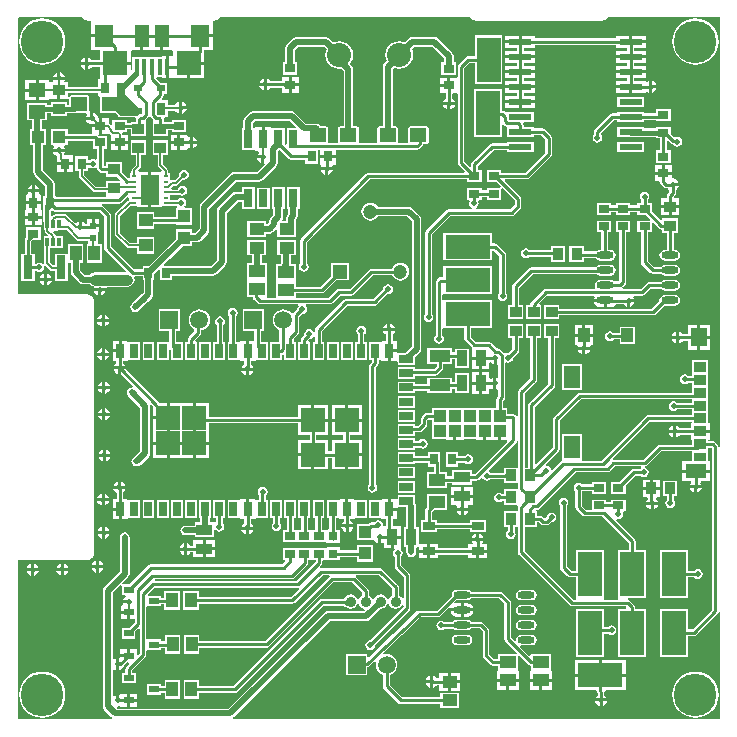
<source format=gtl>
G04*
G04 #@! TF.GenerationSoftware,Altium Limited,Altium Designer,19.0.10 (269)*
G04*
G04 Layer_Physical_Order=1*
G04 Layer_Color=255*
%FSLAX44Y44*%
%MOMM*%
G71*
G01*
G75*
%ADD10C,0.2540*%
%ADD16C,0.1524*%
%ADD17C,0.2032*%
%ADD20C,0.1270*%
%ADD22R,0.8000X2.0000*%
%ADD23R,0.9000X1.0000*%
%ADD24R,0.9000X0.7000*%
%ADD25R,1.4000X1.0000*%
%ADD26R,3.8000X2.0300*%
%ADD27R,2.0300X3.8000*%
%ADD28R,0.8020X1.5050*%
%ADD29R,0.3000X0.6700*%
%ADD30R,0.8500X0.6000*%
%ADD31R,0.8000X0.9000*%
%ADD32R,0.9000X0.8000*%
%ADD33R,0.4000X1.3500*%
%ADD34R,2.1000X2.0000*%
%ADD35R,1.6000X1.9000*%
%ADD36R,1.2000X1.9000*%
%ADD37R,2.0000X2.0000*%
%ADD38R,1.2000X0.7000*%
%ADD39R,0.7000X1.2000*%
%ADD40R,1.3500X0.9500*%
%ADD41R,1.0000X1.3000*%
%ADD42R,0.7000X0.9000*%
%ADD43R,0.7000X0.6000*%
%ADD44R,0.7000X1.0000*%
%ADD45R,0.5000X0.6000*%
%ADD46R,1.1000X1.1000*%
%ADD47R,1.0000X0.9000*%
%ADD48R,0.4000X0.2500*%
%ADD49R,1.6000X2.5000*%
%ADD50R,1.2000X1.1000*%
%ADD51R,1.1000X1.1000*%
%ADD52R,1.4500X1.1500*%
%ADD53R,1.4000X1.1000*%
%ADD54R,1.3000X1.0000*%
%ADD55R,1.9800X0.5300*%
%ADD56O,1.4500X0.6000*%
%ADD57R,1.8000X1.1700*%
%ADD58R,1.1000X0.7500*%
%ADD59R,1.1000X0.8500*%
%ADD60R,1.3500X1.5500*%
%ADD61R,1.0000X1.2000*%
%ADD62R,1.3500X1.9000*%
%ADD63R,1.8000X1.0000*%
%ADD64R,0.9500X1.3500*%
%ADD65R,1.4000X1.0500*%
%ADD66R,1.0500X0.6500*%
%ADD67R,0.8000X0.8000*%
%ADD126C,0.7112*%
%ADD127C,0.1875*%
%ADD128C,0.5080*%
%ADD129C,0.8890*%
%ADD130C,0.3810*%
%ADD131R,1.4000X1.2000*%
%ADD132C,2.0320*%
%ADD133C,1.2000*%
%ADD134R,1.2000X1.2000*%
%ADD135C,1.5000*%
%ADD136R,1.5000X1.5000*%
%ADD137R,1.0058X1.0058*%
%ADD138C,0.8890*%
%ADD139C,3.6000*%
%ADD140C,0.5080*%
G36*
X597410Y233560D02*
X596140Y233435D01*
X595976Y234262D01*
X595358Y235186D01*
X595358Y235186D01*
X593149Y237395D01*
X592225Y238013D01*
X591135Y238230D01*
X591135Y238230D01*
X587437D01*
Y239591D01*
X588453D01*
Y245111D01*
X580413D01*
Y247651D01*
X588453D01*
Y253171D01*
X587437D01*
Y262607D01*
Y273607D01*
Y284607D01*
Y295607D01*
Y307155D01*
X573389D01*
Y293425D01*
X570420D01*
X570366Y293506D01*
X569022Y294404D01*
X567436Y294720D01*
X565850Y294404D01*
X564506Y293506D01*
X563608Y292162D01*
X563292Y290576D01*
X563608Y288990D01*
X564506Y287646D01*
X565850Y286748D01*
X567436Y286432D01*
X569022Y286748D01*
X570366Y287646D01*
X570420Y287727D01*
X573389D01*
Y279250D01*
X478585D01*
X477495Y279033D01*
X476571Y278415D01*
X476571Y278415D01*
X456737Y258581D01*
X456119Y257657D01*
X455902Y256567D01*
X455902Y256567D01*
Y232729D01*
X441664Y218491D01*
X440491Y218977D01*
Y267298D01*
X456674Y283482D01*
X456674Y283482D01*
X457292Y284406D01*
X457509Y285496D01*
X457509Y285496D01*
Y325574D01*
X461184D01*
Y337622D01*
X448136D01*
Y325574D01*
X451811D01*
Y286676D01*
X435628Y270492D01*
X435010Y269568D01*
X434793Y268478D01*
X434793Y268478D01*
Y215820D01*
X432053D01*
Y278672D01*
X441434Y288054D01*
X441434Y288054D01*
X442052Y288978D01*
X442269Y290068D01*
X442269Y290068D01*
Y325574D01*
X445944D01*
Y337622D01*
X432896D01*
Y325574D01*
X436571D01*
Y291248D01*
X427190Y281866D01*
X426572Y280942D01*
X426355Y279852D01*
X426355Y279852D01*
Y259275D01*
X425085Y259150D01*
X425034Y259408D01*
X424416Y260332D01*
X424416Y260332D01*
X424077Y260672D01*
X423153Y261289D01*
X422063Y261506D01*
X422062Y261506D01*
X417271D01*
Y265887D01*
X413567D01*
Y272378D01*
X414510Y273322D01*
X415128Y274246D01*
X415345Y275336D01*
X415345Y275336D01*
Y304459D01*
X416287Y304963D01*
X416615Y305013D01*
X418084Y304720D01*
X419670Y305036D01*
X421014Y305934D01*
X421912Y307278D01*
X422228Y308864D01*
X422209Y308960D01*
X426194Y312946D01*
X426194Y312946D01*
X426812Y313870D01*
X427029Y314960D01*
Y325574D01*
X430704D01*
Y337622D01*
X417656D01*
Y325574D01*
X421331D01*
Y316140D01*
X418180Y312989D01*
X418084Y313008D01*
X416498Y312692D01*
X416207Y312498D01*
X414510Y312834D01*
X414510Y312834D01*
X411386Y315958D01*
X410462Y316576D01*
X409371Y316793D01*
X409371Y316793D01*
X408313D01*
X403432Y321673D01*
X402508Y322291D01*
X401418Y322508D01*
X401418Y322508D01*
X390435D01*
X386389Y326554D01*
Y334274D01*
X404064D01*
Y357622D01*
X363529D01*
X363016Y357622D01*
X362259Y358578D01*
Y361766D01*
X363016Y362722D01*
X404064D01*
Y386070D01*
X363016D01*
Y376991D01*
X360898D01*
X359808Y376774D01*
X358884Y376156D01*
X358884Y376156D01*
X357396Y374669D01*
X356778Y373744D01*
X356561Y372654D01*
X356561Y372654D01*
Y327850D01*
X356480Y327796D01*
X355582Y326452D01*
X355266Y324866D01*
X355582Y323280D01*
X356480Y321936D01*
X357824Y321038D01*
X359410Y320722D01*
X360996Y321038D01*
X362340Y321936D01*
X363238Y323280D01*
X363554Y324866D01*
X363238Y326452D01*
X362340Y327796D01*
X362259Y327850D01*
Y333318D01*
X363016Y334274D01*
X363529Y334274D01*
X380691D01*
Y325374D01*
X380691Y325374D01*
X380908Y324284D01*
X381526Y323360D01*
X387241Y317645D01*
X387241Y317645D01*
X387552Y317437D01*
Y309626D01*
X394842D01*
Y308356D01*
X396112D01*
Y299066D01*
X402132D01*
Y304708D01*
X403402Y305093D01*
X403499Y304947D01*
X405180Y303825D01*
X405892Y303683D01*
Y308610D01*
X408432D01*
Y303632D01*
X409647Y302750D01*
Y292541D01*
X408377Y291857D01*
X407924Y291947D01*
Y287020D01*
Y282093D01*
X408377Y282183D01*
X409647Y281499D01*
Y276516D01*
X408704Y275572D01*
X408086Y274648D01*
X407869Y273558D01*
X407869Y273558D01*
Y265887D01*
X353365D01*
Y262183D01*
X348996D01*
X347906Y261966D01*
X346982Y261348D01*
X346982Y261348D01*
X344696Y259062D01*
X344078Y258138D01*
X343861Y257048D01*
X343861Y257048D01*
Y253494D01*
X341628Y251261D01*
X339342D01*
Y252690D01*
X324294D01*
Y242642D01*
X339342D01*
Y245563D01*
X342808D01*
X342808Y245563D01*
X343898Y245780D01*
X344822Y246398D01*
X348724Y250299D01*
X348724Y250300D01*
X349342Y251224D01*
X349559Y252314D01*
Y255868D01*
X350176Y256485D01*
X353365D01*
Y252781D01*
Y240081D01*
X365049D01*
Y239065D01*
X371348D01*
Y246634D01*
X373888D01*
Y239065D01*
X380187D01*
Y240081D01*
X390449D01*
Y239065D01*
X396748D01*
Y246634D01*
X399288D01*
Y239065D01*
X409448D01*
Y246634D01*
X411988D01*
Y239065D01*
X416705D01*
X417231Y237795D01*
X389951Y210515D01*
X387242D01*
Y213940D01*
X370694D01*
Y208437D01*
X366156D01*
Y212362D01*
X360481D01*
Y220338D01*
X360481Y220338D01*
X360264Y221428D01*
X360236Y221470D01*
Y228782D01*
X350188D01*
Y225607D01*
X339342D01*
Y228690D01*
X324294D01*
Y218642D01*
X339342D01*
Y219909D01*
X350188D01*
Y216734D01*
X354783D01*
Y212362D01*
X349108D01*
Y198814D01*
X366156D01*
Y202739D01*
X370694D01*
Y201392D01*
X387242D01*
Y204817D01*
X391130D01*
X391131Y204817D01*
X392221Y205034D01*
X393145Y205652D01*
X394759Y207265D01*
X396178Y206888D01*
X396866Y205858D01*
X398210Y204960D01*
X399796Y204644D01*
X401382Y204960D01*
X402726Y205858D01*
X402780Y205939D01*
X414474D01*
Y202772D01*
X426355D01*
Y198411D01*
X426355Y198048D01*
X426355Y198048D01*
X425723Y197278D01*
X414474D01*
Y193603D01*
X412881D01*
X411796Y194328D01*
X410210Y194644D01*
X408624Y194328D01*
X407280Y193430D01*
X406382Y192086D01*
X406066Y190500D01*
X406382Y188914D01*
X407280Y187570D01*
X408624Y186672D01*
X410210Y186356D01*
X411796Y186672D01*
X413140Y187570D01*
X413204Y187666D01*
X414474Y187471D01*
Y184230D01*
X425561D01*
X425640Y184192D01*
X425834Y184029D01*
X426483Y182960D01*
X426355Y182316D01*
X426355Y182316D01*
Y178736D01*
X414474D01*
Y165688D01*
X417649D01*
Y162498D01*
X417186Y162188D01*
X416288Y160844D01*
X415972Y159258D01*
X416288Y157672D01*
X417186Y156328D01*
X418530Y155430D01*
X420116Y155114D01*
X421702Y155430D01*
X423046Y156328D01*
X423944Y157672D01*
X424260Y159258D01*
X423944Y160844D01*
X423347Y161738D01*
Y165688D01*
X426355D01*
Y144051D01*
X426355Y144051D01*
X426572Y142961D01*
X427190Y142037D01*
X470149Y99078D01*
X471073Y98460D01*
X472163Y98243D01*
X472163Y98243D01*
X517597D01*
X517972Y97740D01*
X517335Y96470D01*
X511312D01*
Y55422D01*
X534660D01*
Y96470D01*
X525581D01*
Y97790D01*
X525581Y97790D01*
X525364Y98880D01*
X524746Y99804D01*
X524746Y99804D01*
X521444Y103106D01*
X520520Y103724D01*
X519430Y103941D01*
X519430Y103941D01*
X519441Y105206D01*
X534660D01*
Y146254D01*
X525835D01*
Y153416D01*
X525618Y154506D01*
X525000Y155430D01*
X525000Y155430D01*
X509076Y171355D01*
X509275Y171774D01*
X509824Y172402D01*
X511182Y172132D01*
X512768Y172448D01*
X514112Y173346D01*
X515010Y174690D01*
X515326Y176276D01*
X515089Y177468D01*
X515836Y178738D01*
X517326D01*
Y188786D01*
X505278D01*
Y186611D01*
X501070D01*
Y188786D01*
X489022D01*
Y180317D01*
X483802D01*
X480623Y183496D01*
Y195644D01*
X480704Y195698D01*
X480848Y195913D01*
X489022D01*
Y193738D01*
X501070D01*
Y203786D01*
X489022D01*
Y201611D01*
X480625D01*
X479360Y202456D01*
X477774Y202772D01*
X476188Y202456D01*
X474844Y201558D01*
X473946Y200214D01*
X473630Y198628D01*
X473946Y197042D01*
X474844Y195698D01*
X474925Y195644D01*
Y182316D01*
X474925Y182316D01*
X475142Y181226D01*
X475760Y180302D01*
X480608Y175454D01*
X480608Y175454D01*
X481532Y174836D01*
X482622Y174619D01*
X482622Y174619D01*
X497754D01*
X520137Y152236D01*
Y146254D01*
X511312D01*
Y105211D01*
X511312Y105206D01*
X511301Y103941D01*
X499111D01*
X499100Y105206D01*
X499100Y105211D01*
Y146254D01*
X475752D01*
Y128579D01*
X471334D01*
X467669Y132244D01*
Y183198D01*
X467750Y183252D01*
X468648Y184596D01*
X468964Y186182D01*
X468648Y187768D01*
X467750Y189112D01*
X466406Y190010D01*
X464820Y190326D01*
X463234Y190010D01*
X461890Y189112D01*
X460992Y187768D01*
X460676Y186182D01*
X460992Y184596D01*
X461890Y183252D01*
X461971Y183198D01*
Y131064D01*
X461971Y131064D01*
X462188Y129974D01*
X462806Y129050D01*
X468140Y123716D01*
X468140Y123716D01*
X469064Y123098D01*
X470154Y122881D01*
X470154Y122881D01*
X475752D01*
Y105211D01*
X475752Y105206D01*
X475741Y103941D01*
X473343D01*
X432053Y145231D01*
Y165688D01*
X442522D01*
Y169363D01*
X444082D01*
X445788Y167658D01*
X445788Y167658D01*
X446712Y167040D01*
X447802Y166823D01*
X450596D01*
X450596Y166823D01*
X451686Y167040D01*
X452610Y167658D01*
X454564Y169611D01*
X454660Y169592D01*
X456246Y169908D01*
X457590Y170806D01*
X458488Y172150D01*
X458804Y173736D01*
X458488Y175322D01*
X457590Y176666D01*
X456246Y177564D01*
X454660Y177880D01*
X453074Y177564D01*
X451730Y176666D01*
X450832Y175322D01*
X450516Y173736D01*
X449477Y173112D01*
X448391Y173112D01*
X447276Y174226D01*
X446352Y174844D01*
X445262Y175061D01*
X445262Y175061D01*
X442522D01*
Y178736D01*
X442260D01*
X441581Y180006D01*
X441652Y180111D01*
X442155D01*
X442155Y180111D01*
X443246Y180328D01*
X444170Y180946D01*
X475259Y212035D01*
X502158D01*
X502158Y212035D01*
X503248Y212252D01*
X504172Y212870D01*
X508164Y216861D01*
X530380D01*
X530525Y216654D01*
X530205Y214928D01*
X529962Y214766D01*
X529908Y214685D01*
X524376D01*
X524376Y214685D01*
X523286Y214468D01*
X522362Y213850D01*
X512297Y203786D01*
X505278D01*
Y193738D01*
X517326D01*
Y200757D01*
X525556Y208987D01*
X529908D01*
X529962Y208906D01*
X531306Y208008D01*
X532892Y207692D01*
X534478Y208008D01*
X535822Y208906D01*
X536720Y210250D01*
X537036Y211836D01*
X536720Y213422D01*
X535822Y214766D01*
X534478Y215664D01*
X534185Y215723D01*
Y217017D01*
X534490Y217078D01*
X535414Y217696D01*
X547271Y229552D01*
X573389D01*
Y221171D01*
X565373D01*
Y214051D01*
X576913D01*
X588453D01*
Y221171D01*
X587437D01*
Y232532D01*
X589955D01*
X590495Y231992D01*
Y95160D01*
X574130Y78795D01*
X570220D01*
Y96470D01*
X546872D01*
Y55422D01*
X570220D01*
Y73097D01*
X575310D01*
X575310Y73097D01*
X576400Y73314D01*
X577324Y73932D01*
X595358Y91966D01*
X595358Y91966D01*
X595976Y92890D01*
X596141Y93717D01*
X597411Y93592D01*
X597411Y2589D01*
X185103Y2589D01*
X184965Y2793D01*
X185298Y4518D01*
X185556Y4690D01*
X266892Y86026D01*
X297688D01*
X299274Y86342D01*
X300618Y87240D01*
X309692Y96313D01*
X309880Y96276D01*
X312209Y96739D01*
X314183Y98059D01*
X315503Y100033D01*
X315583Y100435D01*
X316877D01*
X316957Y100033D01*
X318277Y98059D01*
X320251Y96739D01*
X322580Y96276D01*
X324909Y96739D01*
X326883Y98059D01*
X327438Y98889D01*
X329154Y99171D01*
X329383Y98995D01*
Y97700D01*
X301340Y69657D01*
X301244Y69676D01*
X299658Y69360D01*
X298314Y68462D01*
X297416Y67118D01*
X297100Y65532D01*
X297416Y63946D01*
X298314Y62602D01*
X299658Y61704D01*
X301244Y61388D01*
X302830Y61704D01*
X304174Y62602D01*
X305072Y63946D01*
X305388Y65532D01*
X305369Y65628D01*
X334246Y94506D01*
X334246Y94506D01*
X334864Y95430D01*
X335081Y96520D01*
X335081Y96520D01*
Y124460D01*
X335081Y124460D01*
X334864Y125550D01*
X334246Y126474D01*
X327461Y133260D01*
Y140272D01*
X327542Y140326D01*
X328440Y141670D01*
X328756Y143256D01*
X328440Y144842D01*
X327542Y146186D01*
X327204Y146412D01*
X327204Y147682D01*
X327204Y147939D01*
Y155702D01*
X321184D01*
Y147682D01*
X321635D01*
X322020Y146412D01*
X321682Y146186D01*
X320784Y144842D01*
X320468Y143256D01*
X320784Y141670D01*
X321682Y140326D01*
X321763Y140272D01*
Y132080D01*
X321763Y132080D01*
X321980Y130990D01*
X322598Y130066D01*
X329383Y123280D01*
Y105729D01*
X329154Y105553D01*
X327438Y105835D01*
X326883Y106665D01*
X325429Y107637D01*
Y114554D01*
X325429Y114554D01*
X325212Y115644D01*
X324594Y116568D01*
X311386Y129776D01*
X310462Y130394D01*
X309372Y130611D01*
X309372Y130611D01*
X259588D01*
X259588Y130611D01*
X259001Y130494D01*
X258375Y131664D01*
X259824Y133114D01*
X259824Y133114D01*
X260442Y134038D01*
X260659Y135128D01*
X260659Y135128D01*
Y136946D01*
X261557Y137844D01*
X263415Y137844D01*
X264478Y137344D01*
X264897Y137344D01*
X275526D01*
Y140019D01*
X289648D01*
Y136122D01*
X303696D01*
Y150170D01*
X289648D01*
Y145717D01*
X275526D01*
Y148392D01*
X264897D01*
X264478Y148392D01*
X263415Y147892D01*
X263208Y147892D01*
X251786D01*
Y147892D01*
X251432D01*
Y147892D01*
X239384D01*
Y147892D01*
X239196D01*
Y147892D01*
X227148D01*
Y137844D01*
X229047D01*
X229573Y136574D01*
X226872Y133873D01*
X115346D01*
X115346Y133873D01*
X114256Y133656D01*
X113332Y133038D01*
X113332Y133038D01*
X97187Y116894D01*
X91936D01*
X91410Y118164D01*
X96402Y123156D01*
X97300Y124500D01*
X97616Y126086D01*
Y156718D01*
X97300Y158304D01*
X96402Y159648D01*
X95058Y160546D01*
X93472Y160862D01*
X91886Y160546D01*
X90542Y159648D01*
X89644Y158304D01*
X89328Y156718D01*
Y127802D01*
X75992Y114466D01*
X75094Y113122D01*
X74778Y111536D01*
Y13716D01*
X75094Y12130D01*
X75992Y10786D01*
X82088Y4690D01*
X82345Y4518D01*
X82679Y2793D01*
X82541Y2589D01*
X2590Y2589D01*
Y137410D01*
X61000D01*
X61142Y137438D01*
X61287Y137426D01*
X62178Y137525D01*
X62455Y137614D01*
X62744Y137654D01*
X63590Y137949D01*
X63841Y138097D01*
X64113Y138201D01*
X64872Y138678D01*
X65084Y138878D01*
X65327Y139040D01*
X65960Y139673D01*
X66122Y139916D01*
X66322Y140128D01*
X66799Y140886D01*
X66903Y141159D01*
X67050Y141410D01*
X67346Y142256D01*
X67386Y142544D01*
X67474Y142822D01*
X67574Y143713D01*
X67561Y143857D01*
X67590Y144000D01*
X67590Y356000D01*
X67561Y356142D01*
X67574Y356287D01*
X67474Y357177D01*
X67386Y357455D01*
X67346Y357744D01*
X67050Y358590D01*
X66902Y358841D01*
X66799Y359113D01*
X66322Y359872D01*
X66122Y360084D01*
X65960Y360326D01*
X65327Y360960D01*
X65084Y361122D01*
X64872Y361322D01*
X64114Y361798D01*
X63841Y361902D01*
X63590Y362050D01*
X62744Y362346D01*
X62455Y362386D01*
X62177Y362474D01*
X61287Y362574D01*
X61142Y362561D01*
X61000Y362589D01*
X2590D01*
X2590Y596512D01*
X3488Y597410D01*
X56903Y597400D01*
X57774Y596604D01*
X58009Y596461D01*
X58215Y596278D01*
X60102Y595175D01*
X60362Y595085D01*
X60602Y594950D01*
X62679Y594268D01*
X62952Y594235D01*
X63215Y594153D01*
X63749Y594097D01*
X64804Y593578D01*
X64804Y582808D01*
X75344D01*
Y580268D01*
X64804D01*
Y569498D01*
X72304D01*
Y560887D01*
X64997D01*
X64623Y561446D01*
X62942Y562569D01*
X62230Y562711D01*
Y557784D01*
Y552857D01*
X62942Y552999D01*
X64623Y554122D01*
X65336Y555189D01*
X72304D01*
Y545498D01*
X71638Y544504D01*
X70272D01*
Y537814D01*
X45132D01*
Y542344D01*
X42878D01*
X42280Y543464D01*
X42377Y543610D01*
X42519Y544322D01*
X32665D01*
X32807Y543610D01*
X32904Y543464D01*
X32306Y542344D01*
X30052D01*
Y542344D01*
X28840Y542484D01*
Y543578D01*
X20320D01*
Y535288D01*
Y526998D01*
X28840D01*
Y528124D01*
X30052Y528264D01*
Y528264D01*
X36322D01*
Y535304D01*
X38862D01*
Y528264D01*
X44898D01*
X45132Y528264D01*
X46168Y527699D01*
Y522910D01*
X44116D01*
Y525328D01*
X31068D01*
Y522800D01*
X27824D01*
Y524562D01*
X10276D01*
Y510014D01*
X14906D01*
Y502578D01*
X12932D01*
Y488530D01*
X15812D01*
Y465946D01*
X16128Y464360D01*
X17026Y463016D01*
X25679Y454363D01*
Y445878D01*
X24336D01*
Y433830D01*
X24512D01*
Y423672D01*
X24599Y423463D01*
X24571Y423238D01*
X24662Y423120D01*
Y416766D01*
X25585D01*
Y416330D01*
X25763Y415438D01*
X26268Y414682D01*
X28063Y412887D01*
X27576Y411714D01*
X24662D01*
Y401966D01*
X25355D01*
Y388874D01*
X25461Y388341D01*
X24265Y387846D01*
X23996Y388248D01*
X22652Y389146D01*
X21066Y389462D01*
X19480Y389146D01*
X18194Y388287D01*
X16924Y388546D01*
Y396842D01*
X14249D01*
Y407588D01*
X14873Y408212D01*
X22026D01*
Y419260D01*
X9978D01*
Y412676D01*
X9898Y412276D01*
X9978Y411875D01*
Y411375D01*
X9386Y410782D01*
X8768Y409858D01*
X8551Y408768D01*
X8551Y408768D01*
Y396842D01*
X5876D01*
Y373794D01*
X16924D01*
Y382090D01*
X18194Y382349D01*
X19480Y381490D01*
X21066Y381174D01*
X22652Y381490D01*
X23996Y382388D01*
X24894Y383732D01*
X25210Y385318D01*
X24966Y386545D01*
X26038Y387226D01*
X30102Y383162D01*
X30858Y382657D01*
X31750Y382479D01*
X33876D01*
Y373794D01*
X44924D01*
Y388062D01*
X45166Y389232D01*
X47546D01*
Y381380D01*
X47862Y379794D01*
X48760Y378450D01*
X55091Y372119D01*
X56435Y371221D01*
X58021Y370905D01*
X63629D01*
X63736Y370746D01*
X65710Y369426D01*
X66915Y369187D01*
X67198Y368504D01*
X67056Y367792D01*
X77153D01*
X77970Y368818D01*
X95504D01*
X97833Y369281D01*
X99807Y370601D01*
X101127Y372575D01*
X101590Y374904D01*
X101247Y376627D01*
X102094Y377897D01*
X108380D01*
Y374722D01*
X109260D01*
Y364178D01*
X107659Y362577D01*
X106544Y361832D01*
X99178Y354466D01*
X98280Y353122D01*
X97964Y351536D01*
X98280Y349950D01*
X99178Y348606D01*
X100522Y347708D01*
X102108Y347392D01*
X103694Y347708D01*
X105038Y348606D01*
X111659Y355227D01*
X112774Y355972D01*
X116334Y359532D01*
X117232Y360876D01*
X117548Y362462D01*
Y374722D01*
X118428D01*
Y379910D01*
X122207Y383689D01*
X123380Y383203D01*
Y374722D01*
X133428D01*
Y378380D01*
X168402D01*
X169988Y378696D01*
X171332Y379594D01*
X178444Y386706D01*
X179342Y388050D01*
X179658Y389636D01*
Y431608D01*
X188932Y440882D01*
X192332D01*
Y434860D01*
X203400D01*
Y452958D01*
X192332D01*
Y449170D01*
X187216D01*
X187216Y449170D01*
X185630Y448854D01*
X184286Y447956D01*
X172584Y436254D01*
X171686Y434910D01*
X171370Y433324D01*
Y391352D01*
X166686Y386668D01*
X133428D01*
Y386770D01*
X126947D01*
X126461Y387943D01*
X130829Y392311D01*
X131564Y392802D01*
X142346Y403584D01*
X150534D01*
Y406464D01*
X154830D01*
X156416Y406780D01*
X157760Y407678D01*
X163712Y413630D01*
X164610Y414974D01*
X164926Y416560D01*
Y435022D01*
X187898Y457994D01*
X207122D01*
X208708Y458310D01*
X210052Y459208D01*
X221570Y470726D01*
X222468Y472070D01*
X222784Y473656D01*
Y483447D01*
X224151Y484815D01*
X224771D01*
X232303Y477284D01*
X232303Y477284D01*
X233227Y476666D01*
X234317Y476449D01*
X246048D01*
Y473274D01*
X257096D01*
Y485085D01*
X259032D01*
Y480568D01*
X265572D01*
X272112D01*
Y485085D01*
X340868D01*
X340868Y485085D01*
X341958Y485302D01*
X342882Y485920D01*
X344914Y487952D01*
X345532Y488876D01*
X345642Y489428D01*
X348930D01*
X350096Y489911D01*
X350363Y490554D01*
X350454D01*
Y490775D01*
X350579Y491078D01*
Y503078D01*
X350454Y503381D01*
Y503602D01*
X350362D01*
X350096Y504244D01*
X348930Y504727D01*
X342058D01*
X341930Y504753D01*
X341802Y504727D01*
X334930D01*
X333764Y504244D01*
X333498Y503602D01*
X333406D01*
Y503381D01*
X333280Y503078D01*
Y491078D01*
X333083Y490783D01*
X324777D01*
X324580Y491078D01*
Y503078D01*
X324454Y503381D01*
Y503602D01*
X324363D01*
X324097Y504244D01*
X322930Y504727D01*
X320074D01*
Y553328D01*
X321084Y554339D01*
X322578Y553720D01*
X325628Y553318D01*
X328678Y553720D01*
X331520Y554897D01*
X333961Y556770D01*
X335834Y559211D01*
X337011Y562053D01*
X337413Y565103D01*
X337011Y568153D01*
X336287Y569902D01*
X338567Y572182D01*
X353630D01*
X363394Y562418D01*
Y558990D01*
X361514D01*
Y547942D01*
X373562D01*
Y558990D01*
X371682D01*
Y564134D01*
X371682Y564134D01*
X371366Y565720D01*
X370468Y567064D01*
X358276Y579256D01*
X356932Y580154D01*
X355346Y580470D01*
X336851D01*
X335265Y580154D01*
X333921Y579256D01*
X330427Y575762D01*
X328678Y576487D01*
X325628Y576888D01*
X322578Y576487D01*
X319736Y575309D01*
X317295Y573436D01*
X315422Y570996D01*
X314245Y568153D01*
X313843Y565103D01*
X314245Y562053D01*
X315075Y560049D01*
X313000Y557975D01*
X312102Y556630D01*
X311786Y555045D01*
Y504727D01*
X308930D01*
X307764Y504244D01*
X307498Y503602D01*
X307406D01*
Y503381D01*
X307281Y503078D01*
Y491078D01*
X307083Y490783D01*
X292534D01*
X291397Y491358D01*
Y503358D01*
X291272Y503661D01*
Y503882D01*
X291180D01*
X290914Y504525D01*
X289748Y505008D01*
X286892D01*
Y553267D01*
X286576Y554852D01*
X285678Y556197D01*
X284005Y557870D01*
X285034Y559211D01*
X286211Y562053D01*
X286613Y565103D01*
X286211Y568153D01*
X285034Y570996D01*
X283161Y573436D01*
X280720Y575309D01*
X277878Y576487D01*
X274828Y576888D01*
X271778Y576487D01*
X270029Y575762D01*
X266789Y579002D01*
X265445Y579900D01*
X263859Y580216D01*
X238252D01*
X236666Y579900D01*
X235322Y579002D01*
X230496Y574176D01*
X229598Y572832D01*
X229282Y571246D01*
Y559274D01*
X227402D01*
Y548226D01*
X239450D01*
Y559274D01*
X237570D01*
Y569530D01*
X239968Y571928D01*
X262143D01*
X264169Y569902D01*
X263445Y568153D01*
X263043Y565103D01*
X263445Y562053D01*
X264622Y559211D01*
X266495Y556770D01*
X268936Y554897D01*
X271778Y553720D01*
X274828Y553318D01*
X276603Y553552D01*
X278604Y551550D01*
Y505008D01*
X275748D01*
X274581Y504525D01*
X274315Y503882D01*
X274224D01*
Y503662D01*
X274098Y503358D01*
Y491358D01*
X272962Y490783D01*
X266534D01*
X265398Y491358D01*
Y503358D01*
X265272Y503662D01*
Y503882D01*
X265181D01*
X264914Y504525D01*
X263748Y505008D01*
X259250D01*
X258408Y505850D01*
X257064Y506748D01*
X255478Y507064D01*
X246826D01*
X237626Y516264D01*
X236282Y517162D01*
X234696Y517478D01*
X201676D01*
X200090Y517162D01*
X198746Y516264D01*
X194936Y512454D01*
X194038Y511110D01*
X193722Y509524D01*
Y502913D01*
X192332D01*
Y484815D01*
X203400D01*
X204016Y483800D01*
Y483799D01*
X206379D01*
X206764Y482529D01*
X206649Y482453D01*
X205527Y480772D01*
X205385Y480060D01*
X210312D01*
Y478790D01*
X211582D01*
Y472853D01*
X211720Y472596D01*
X205406Y466282D01*
X186182D01*
X184596Y465966D01*
X183252Y465068D01*
X157852Y439668D01*
X156954Y438324D01*
X156638Y436738D01*
Y418276D01*
X153114Y414752D01*
X150534D01*
Y417632D01*
X136486D01*
Y409444D01*
X126195Y399153D01*
X125460Y398662D01*
X113568Y386770D01*
X108380D01*
Y383595D01*
X101256D01*
X81589Y403262D01*
Y429768D01*
X81589Y429768D01*
X81372Y430858D01*
X80754Y431782D01*
X80754Y431782D01*
X75046Y437490D01*
X74122Y438108D01*
X74311Y439365D01*
X88646D01*
X88646Y439365D01*
X89736Y439582D01*
X90660Y440200D01*
X95341Y444880D01*
X96514Y444394D01*
Y441970D01*
X95814Y441502D01*
X85474Y431162D01*
X84969Y430406D01*
X84791Y429514D01*
Y413512D01*
X84969Y412620D01*
X85474Y411864D01*
X94958Y402380D01*
X95714Y401875D01*
X96606Y401697D01*
X103474D01*
Y397004D01*
X118522D01*
Y411052D01*
X103474D01*
Y406359D01*
X97571D01*
X89453Y414477D01*
Y428549D01*
X97984Y437080D01*
X104014D01*
Y436064D01*
X113284D01*
Y451104D01*
Y466144D01*
X105039D01*
X104513Y467414D01*
X106459Y469360D01*
X106936Y470074D01*
X107103Y470916D01*
Y480768D01*
X111426D01*
Y492816D01*
X98378D01*
Y480768D01*
X102701D01*
Y471828D01*
X99789Y468917D01*
X99789Y468917D01*
X99593Y468719D01*
X99115Y468005D01*
X98948Y467163D01*
Y465128D01*
X97530D01*
Y461371D01*
X96260Y460845D01*
X90852Y466253D01*
Y474272D01*
X77804D01*
Y471097D01*
X75493D01*
Y485570D01*
X78668D01*
Y496618D01*
X71456D01*
X70891Y497309D01*
X71374Y498444D01*
Y503824D01*
X65604D01*
X65604Y498554D01*
X64397Y498403D01*
X44980D01*
Y502578D01*
X30932D01*
Y488530D01*
X32729D01*
X33408Y487260D01*
X32807Y486360D01*
X32665Y485648D01*
X42519D01*
X42377Y486360D01*
X41776Y487260D01*
X42455Y488530D01*
X44980D01*
Y492705D01*
X66620D01*
Y485570D01*
X69795D01*
Y477278D01*
X68525Y476599D01*
X67880Y477030D01*
X66294Y477346D01*
X64708Y477030D01*
X63578Y476275D01*
X62789Y476516D01*
X62308Y476838D01*
Y479226D01*
X51260D01*
Y467178D01*
X54453D01*
Y462756D01*
X54631Y461864D01*
X55136Y461108D01*
X66424Y449820D01*
X67180Y449315D01*
X68072Y449137D01*
X77804D01*
Y446224D01*
X77804D01*
X77542Y445063D01*
X35384D01*
Y445878D01*
X33967D01*
Y456079D01*
X33651Y457665D01*
X32753Y459009D01*
X24100Y467662D01*
Y488530D01*
X26980D01*
Y502578D01*
X23194D01*
Y510014D01*
X27824D01*
Y515808D01*
X31068D01*
Y513280D01*
X44116D01*
Y515917D01*
X47598D01*
X47818Y515826D01*
X60748D01*
X61427Y514557D01*
X60747Y513538D01*
X60605Y512826D01*
X64262D01*
Y516619D01*
X64162Y516679D01*
X63611Y517312D01*
X63467Y517620D01*
Y529476D01*
X63342Y529778D01*
Y530000D01*
X63250D01*
X62984Y530642D01*
X61818Y531126D01*
X47818D01*
X46651Y530642D01*
X46385Y530000D01*
X46294Y530000D01*
X45214Y530242D01*
X45132Y530277D01*
Y532794D01*
X70272D01*
Y530424D01*
X71200D01*
X71323Y530376D01*
X72168Y529476D01*
Y517476D01*
X72294Y517171D01*
Y516952D01*
X72385D01*
X72651Y516310D01*
X73817Y515826D01*
X85523D01*
X87694Y513656D01*
X88828Y512898D01*
X90166Y512632D01*
X101917D01*
X102268Y512216D01*
X102727Y511404D01*
X102553Y510532D01*
X102553Y510532D01*
Y508816D01*
X98378D01*
Y507943D01*
X94924D01*
Y510118D01*
X82876D01*
Y506279D01*
X81703Y505793D01*
X80627Y506869D01*
X79812Y507413D01*
X79684Y507438D01*
Y511634D01*
X73914D01*
Y505094D01*
Y498554D01*
X79684D01*
X79684Y498554D01*
Y498554D01*
X79684Y498554D01*
X80795Y498169D01*
X81606Y497358D01*
X81606Y497358D01*
X81860Y497134D01*
Y492364D01*
X88900D01*
X95940D01*
Y497134D01*
X91410D01*
Y497840D01*
X91219Y498800D01*
X91898Y500070D01*
X94924D01*
Y502245D01*
X98378D01*
Y496768D01*
X111426D01*
Y508816D01*
X111426D01*
X111077Y509941D01*
X111062Y510086D01*
X113243Y512267D01*
X113594Y512793D01*
X113686Y512825D01*
X114914D01*
X115006Y512793D01*
X115357Y512267D01*
X117538Y510086D01*
X117499Y509704D01*
X117108Y508816D01*
X116920D01*
Y496768D01*
X129968D01*
Y501598D01*
X133168D01*
Y500070D01*
X145216D01*
Y510118D01*
X133168D01*
Y508590D01*
X129968D01*
Y508816D01*
X126293D01*
Y510794D01*
X126293Y510794D01*
X126253Y510994D01*
X127233Y512264D01*
X130340D01*
Y517936D01*
X136283D01*
X137053Y516783D01*
X138734Y515661D01*
X139446Y515519D01*
Y520446D01*
Y525373D01*
X138734Y525231D01*
X137053Y524109D01*
X136283Y522956D01*
X130340D01*
Y527344D01*
X125077D01*
X124591Y528517D01*
X125458Y529385D01*
X125458Y529385D01*
X126076Y530309D01*
X126293Y531399D01*
Y532280D01*
X129324D01*
Y541328D01*
X123805D01*
X119889Y545244D01*
X120415Y546514D01*
X124804D01*
Y545498D01*
X128074D01*
Y554788D01*
Y564078D01*
X124804D01*
Y563062D01*
X99820D01*
Y552420D01*
X99654Y552309D01*
X98384Y552988D01*
Y556768D01*
X85344D01*
Y559308D01*
X98384D01*
Y568653D01*
X99304Y569498D01*
X106574D01*
Y581538D01*
X109114D01*
Y569498D01*
X123574D01*
Y581538D01*
X126114D01*
Y569498D01*
X133384D01*
X134304Y568653D01*
Y565174D01*
X133884Y564078D01*
X130614D01*
Y554788D01*
Y545498D01*
X133884D01*
Y545498D01*
X134304Y545498D01*
Y545498D01*
X146074D01*
Y558038D01*
X147344D01*
Y559308D01*
X160384D01*
Y569498D01*
X167884D01*
Y580268D01*
X157344D01*
Y582808D01*
X167884D01*
Y592995D01*
X167936Y593269D01*
X168080Y593589D01*
X168426Y594006D01*
X168841Y594333D01*
X170722Y594951D01*
X170963Y595087D01*
X171224Y595178D01*
X173111Y596285D01*
X173318Y596469D01*
X173554Y596613D01*
X174420Y597410D01*
X385244Y597400D01*
X386114Y596604D01*
X386349Y596461D01*
X386555Y596278D01*
X388442Y595175D01*
X388702Y595085D01*
X388942Y594950D01*
X391019Y594268D01*
X391292Y594235D01*
X391555Y594153D01*
X393729Y593924D01*
X393866Y593937D01*
X394000Y593910D01*
X494000D01*
X494134Y593937D01*
X494270Y593924D01*
X496446Y594153D01*
X496710Y594235D01*
X496984Y594268D01*
X499062Y594951D01*
X499303Y595087D01*
X499564Y595178D01*
X501451Y596285D01*
X501658Y596469D01*
X501894Y596613D01*
X502760Y597410D01*
X597410Y597410D01*
X597410Y233560D01*
D02*
G37*
G36*
X105402Y548132D02*
X93472Y536202D01*
Y534670D01*
Y531114D01*
X103886Y520700D01*
X102624Y519438D01*
Y516128D01*
X90166D01*
X86868Y519426D01*
Y536702D01*
X87368Y536202D01*
X92049D01*
X86868Y541782D01*
X92518D01*
X101408Y550672D01*
X105402D01*
Y548132D01*
D02*
G37*
G36*
X238084Y504086D02*
X237598Y502913D01*
X230432D01*
Y489957D01*
X229162Y489308D01*
X228800Y489570D01*
Y502913D01*
X217732D01*
X217116Y503928D01*
Y503929D01*
X211836D01*
Y493864D01*
X209296D01*
Y503929D01*
X204016D01*
Y503928D01*
X203400Y502913D01*
X202010D01*
Y507808D01*
X203392Y509190D01*
X232980D01*
X238084Y504086D01*
D02*
G37*
G36*
X64708Y469374D02*
X66294Y469058D01*
X67880Y469374D01*
X68525Y469805D01*
X68867Y469762D01*
X69886Y469187D01*
X70012Y468556D01*
X70630Y467632D01*
X72028Y466234D01*
X72028Y466234D01*
X72952Y465616D01*
X74042Y465399D01*
X77804D01*
Y462224D01*
X86823D01*
X89602Y459445D01*
X89116Y458272D01*
X77804D01*
Y453799D01*
X69037D01*
X59115Y463721D01*
Y467178D01*
X62308D01*
Y469566D01*
X62789Y469888D01*
X63578Y470129D01*
X64708Y469374D01*
D02*
G37*
G36*
X33528Y438150D02*
X28956Y433578D01*
Y424434D01*
X26162Y423672D01*
Y438404D01*
X33274D01*
X33528Y438150D01*
D02*
G37*
G36*
X33148Y432844D02*
X34238Y432627D01*
X34238Y432627D01*
X71852D01*
X75891Y428588D01*
Y402082D01*
X75891Y402082D01*
X76108Y400992D01*
X76726Y400068D01*
X94533Y382260D01*
X94007Y380990D01*
X79469D01*
X78740Y381135D01*
X68039D01*
X65710Y380672D01*
X63736Y379352D01*
X63629Y379193D01*
X59737D01*
X55834Y383096D01*
Y389232D01*
X58214D01*
Y405280D01*
X45166D01*
Y398012D01*
X44924Y396842D01*
X33876D01*
Y387405D01*
X32606Y387250D01*
X30017Y389839D01*
Y401966D01*
X40710D01*
Y411714D01*
X34986D01*
X34839Y412452D01*
X34334Y413208D01*
X32966Y414577D01*
X33452Y415750D01*
X36726D01*
Y416766D01*
X38040D01*
X38170Y416740D01*
X44163D01*
X52191Y408713D01*
X53031Y408151D01*
X54022Y407954D01*
X62452D01*
Y406020D01*
X61488Y405280D01*
X61166D01*
Y389232D01*
X74214D01*
Y405280D01*
X71463D01*
X70500Y406020D01*
Y415004D01*
X71516D01*
Y419274D01*
X66476D01*
Y420544D01*
X65206D01*
Y426084D01*
X61436D01*
Y422203D01*
X59832D01*
X59289Y423017D01*
X57608Y424139D01*
X56896Y424281D01*
Y419354D01*
X54356D01*
Y424281D01*
X53644Y424139D01*
X51964Y423017D01*
X51445Y422965D01*
X44518Y429892D01*
X43762Y430397D01*
X42870Y430575D01*
X34758D01*
X33866Y430397D01*
X33110Y429892D01*
X31876Y428657D01*
X30606Y429184D01*
Y432895D01*
X31051Y433340D01*
X32224Y433462D01*
X33148Y432844D01*
D02*
G37*
G36*
X573389Y270819D02*
X561022D01*
X560968Y270900D01*
X559624Y271798D01*
X558038Y272114D01*
X556452Y271798D01*
X555108Y270900D01*
X554210Y269556D01*
X553894Y267970D01*
X554210Y266384D01*
X555108Y265040D01*
X556452Y264142D01*
X558038Y263826D01*
X559624Y264142D01*
X560968Y265040D01*
X561022Y265121D01*
X573389D01*
Y260230D01*
X536273D01*
X536273Y260230D01*
X535183Y260013D01*
X534259Y259395D01*
X534259Y259395D01*
X496660Y221797D01*
X481620D01*
X480437Y222007D01*
X480437Y223067D01*
Y244055D01*
X463889D01*
Y222799D01*
X463651Y221787D01*
X462971Y221158D01*
X462678Y220962D01*
X455410Y213694D01*
X454031Y214112D01*
X453916Y214692D01*
X453018Y216036D01*
X451674Y216934D01*
X450245Y217218D01*
X449926Y217753D01*
X449698Y218467D01*
X460765Y229535D01*
X460765Y229535D01*
X461383Y230459D01*
X461600Y231549D01*
X461600Y231549D01*
Y255387D01*
X479765Y273552D01*
X573389D01*
Y270819D01*
D02*
G37*
G36*
Y253171D02*
X572373D01*
Y249230D01*
X563429D01*
X562716Y250296D01*
X561036Y251419D01*
X560324Y251561D01*
Y246634D01*
Y241707D01*
X561036Y241849D01*
X562716Y242971D01*
X563091Y243532D01*
X572373D01*
Y239591D01*
X573389D01*
Y235250D01*
X546091D01*
X546091Y235250D01*
X545001Y235033D01*
X544077Y234415D01*
X544077Y234415D01*
X532220Y222559D01*
X507276D01*
X506837Y223259D01*
X506722Y223802D01*
X537453Y254532D01*
X573389D01*
Y253171D01*
D02*
G37*
G36*
X426355Y237980D02*
Y215820D01*
X414474D01*
Y211638D01*
X414472Y211637D01*
X402780D01*
X402726Y211718D01*
X401696Y212406D01*
X401319Y213825D01*
X424416Y236923D01*
X425034Y237847D01*
X425085Y238105D01*
X426355Y237980D01*
D02*
G37*
G36*
X254961Y136308D02*
X238596Y119943D01*
X119264D01*
X118586Y121213D01*
X118682Y121357D01*
X234696D01*
X234696Y121357D01*
X235786Y121574D01*
X236710Y122192D01*
X247632Y133114D01*
X247632Y133114D01*
X248250Y134038D01*
X248467Y135128D01*
Y137844D01*
X251432D01*
Y137844D01*
X251786D01*
Y137844D01*
X254961D01*
Y136308D01*
D02*
G37*
G36*
X266788Y123643D02*
X266464Y123426D01*
X266464Y123426D01*
X212180Y69143D01*
X156432D01*
Y74318D01*
X143384D01*
Y58270D01*
X156432D01*
Y63445D01*
X213360D01*
X213360Y63445D01*
X214450Y63662D01*
X215374Y64280D01*
X269658Y118563D01*
X285840D01*
X294331Y110072D01*
Y107637D01*
X292877Y106665D01*
X291557Y104691D01*
X291477Y104289D01*
X290183D01*
X290103Y104691D01*
X288783Y106665D01*
X286809Y107985D01*
X284480Y108448D01*
X282151Y107985D01*
X280177Y106665D01*
X278857Y104691D01*
X278809Y104449D01*
X260096D01*
X259006Y104232D01*
X258082Y103614D01*
X258082Y103614D01*
X185256Y30789D01*
X156256D01*
Y35964D01*
X143208D01*
Y19916D01*
X156256D01*
Y25091D01*
X186436D01*
X186436Y25091D01*
X187526Y25308D01*
X188450Y25926D01*
X261276Y98751D01*
X278315D01*
X278576Y98490D01*
X279500Y97872D01*
X280590Y97656D01*
X280736Y97685D01*
X282151Y96739D01*
X284480Y96276D01*
X286809Y96739D01*
X288783Y98059D01*
X290103Y100033D01*
X290183Y100435D01*
X291477D01*
X291557Y100033D01*
X292877Y98059D01*
X294851Y96739D01*
X296311Y96449D01*
X296660Y95299D01*
X295833Y94314D01*
X265176D01*
X263590Y93998D01*
X262246Y93100D01*
X180910Y11764D01*
X86971D01*
X86485Y12396D01*
X87201Y13548D01*
X87370Y13514D01*
X88632Y13766D01*
X89902Y13154D01*
Y13154D01*
X95422D01*
Y18694D01*
Y24234D01*
X89902D01*
Y24234D01*
X88640Y23626D01*
Y18694D01*
X86100D01*
Y23621D01*
X85388Y23479D01*
X84335Y22776D01*
X83065Y23455D01*
Y44519D01*
X84335Y45198D01*
X85394Y44491D01*
X86106Y44349D01*
Y49276D01*
Y54203D01*
X85394Y54061D01*
X84335Y53354D01*
X83065Y54033D01*
Y109819D01*
X89648Y116402D01*
X90918Y115876D01*
Y107846D01*
X93850D01*
X94235Y106576D01*
X93029Y105771D01*
X91907Y104090D01*
X91765Y103378D01*
X96692D01*
Y100838D01*
X91765D01*
X91896Y100180D01*
X91915Y99955D01*
X91253Y98910D01*
X89902D01*
Y94640D01*
X96692D01*
Y93370D01*
X97962D01*
Y87830D01*
X101799D01*
Y84696D01*
X97015Y79912D01*
X90746D01*
Y70864D01*
X102294D01*
Y77133D01*
X104690Y79529D01*
X105863Y79043D01*
Y58559D01*
X104483Y57179D01*
X103310Y57665D01*
Y61928D01*
X97790D01*
Y56388D01*
X96520D01*
Y55118D01*
X89593D01*
X88646Y54384D01*
Y49276D01*
Y44349D01*
X89358Y44491D01*
X91039Y45613D01*
X92161Y47294D01*
X92337Y48176D01*
X95009Y50848D01*
X96493D01*
X96979Y49675D01*
X94678Y47373D01*
X94060Y46449D01*
X93843Y45359D01*
X93843Y45359D01*
Y42218D01*
X90918D01*
Y33170D01*
X102466D01*
Y42218D01*
X99541D01*
Y44179D01*
X110726Y55364D01*
X110726Y55364D01*
X111344Y56288D01*
X111561Y57379D01*
Y60378D01*
X112246Y61364D01*
X112831Y61364D01*
X123794D01*
Y63039D01*
X127384D01*
Y58270D01*
X140432D01*
Y74318D01*
X127384D01*
Y68737D01*
X123794D01*
Y70412D01*
X112831D01*
X112246Y70412D01*
X111561Y71398D01*
Y97431D01*
X112418Y98346D01*
X112831Y98346D01*
X123966D01*
Y100021D01*
X126954D01*
Y95354D01*
X140002D01*
Y111402D01*
X126954D01*
Y105719D01*
X123966D01*
Y107394D01*
X113219D01*
X112693Y108664D01*
X118274Y114245D01*
X239776D01*
X239776Y114245D01*
X240363Y114362D01*
X240989Y113192D01*
X234024Y106227D01*
X156002D01*
Y111402D01*
X142954D01*
Y95354D01*
X156002D01*
Y100529D01*
X235204D01*
X235204Y100529D01*
X236294Y100746D01*
X237218Y101364D01*
X260768Y124913D01*
X266403D01*
X266788Y123643D01*
D02*
G37*
G36*
X319731Y113374D02*
Y107637D01*
X318277Y106665D01*
X316957Y104691D01*
X316877Y104289D01*
X315583D01*
X315503Y104691D01*
X314183Y106665D01*
X312209Y107985D01*
X309880Y108448D01*
X307551Y107985D01*
X305577Y106665D01*
X304257Y104691D01*
X304177Y104289D01*
X302883D01*
X302803Y104691D01*
X301483Y106665D01*
X300029Y107637D01*
Y111252D01*
X299812Y112342D01*
X299194Y113266D01*
X299194Y113266D01*
X289034Y123426D01*
X288710Y123643D01*
X289095Y124913D01*
X308192D01*
X319731Y113374D01*
D02*
G37*
%LPC*%
G36*
X520560Y581516D02*
X509390D01*
Y579175D01*
X440570D01*
Y581516D01*
X429400D01*
Y576326D01*
X428130D01*
Y575056D01*
X415690D01*
Y571136D01*
X425281D01*
Y568816D01*
X415690D01*
Y564896D01*
X428130D01*
X440570D01*
Y568816D01*
X430979D01*
Y571136D01*
X440570D01*
Y573477D01*
X509390D01*
Y571136D01*
X518981D01*
Y568816D01*
X509390D01*
Y564896D01*
X521830D01*
X534270D01*
Y568816D01*
X524679D01*
Y571136D01*
X534270D01*
Y575056D01*
X521830D01*
Y576326D01*
X520560D01*
Y581516D01*
D02*
G37*
G36*
X534270D02*
X523100D01*
Y577596D01*
X534270D01*
Y581516D01*
D02*
G37*
G36*
X426860D02*
X415690D01*
Y577596D01*
X426860D01*
Y581516D01*
D02*
G37*
G36*
X59690Y562711D02*
X58978Y562569D01*
X57298Y561446D01*
X56175Y559766D01*
X56033Y559054D01*
X59690D01*
Y562711D01*
D02*
G37*
G36*
X576500Y596118D02*
X572673Y595742D01*
X568992Y594625D01*
X565601Y592812D01*
X562628Y590372D01*
X560188Y587399D01*
X558375Y584008D01*
X557258Y580327D01*
X556881Y576500D01*
X557258Y572673D01*
X558375Y568992D01*
X560188Y565601D01*
X562628Y562628D01*
X565601Y560188D01*
X568992Y558375D01*
X572673Y557258D01*
X576500Y556881D01*
X580327Y557258D01*
X584008Y558375D01*
X587399Y560188D01*
X590372Y562628D01*
X592812Y565601D01*
X594625Y568992D01*
X595742Y572673D01*
X596118Y576500D01*
X595742Y580327D01*
X594625Y584008D01*
X592812Y587399D01*
X590372Y590372D01*
X587399Y592812D01*
X584008Y594625D01*
X580327Y595742D01*
X576500Y596118D01*
D02*
G37*
G36*
X23500D02*
X19673Y595742D01*
X15992Y594625D01*
X12601Y592812D01*
X9628Y590372D01*
X7188Y587399D01*
X5375Y584008D01*
X4259Y580327D01*
X3882Y576500D01*
X4259Y572673D01*
X5375Y568992D01*
X7188Y565601D01*
X9628Y562628D01*
X12601Y560188D01*
X15992Y558375D01*
X19673Y557258D01*
X23500Y556881D01*
X27327Y557258D01*
X31008Y558375D01*
X34399Y560188D01*
X37372Y562628D01*
X39812Y565601D01*
X41625Y568992D01*
X42741Y572673D01*
X43119Y576500D01*
X42741Y580327D01*
X41625Y584008D01*
X39812Y587399D01*
X37372Y590372D01*
X34399Y592812D01*
X31008Y594625D01*
X27327Y595742D01*
X23500Y596118D01*
D02*
G37*
G36*
X59690Y556514D02*
X56033D01*
X56175Y555802D01*
X57298Y554122D01*
X58978Y552999D01*
X59690Y552857D01*
Y556514D01*
D02*
G37*
G36*
X534270Y562356D02*
X521830D01*
X509390D01*
Y558436D01*
X518981D01*
Y556116D01*
X509390D01*
Y552196D01*
X521830D01*
X534270D01*
Y556116D01*
X524679D01*
Y558436D01*
X534270D01*
Y562356D01*
D02*
G37*
G36*
X440570D02*
X428130D01*
X415690D01*
Y558436D01*
X425281D01*
Y556116D01*
X415690D01*
Y552196D01*
X428130D01*
X440570D01*
Y556116D01*
X430979D01*
Y558436D01*
X440570D01*
Y562356D01*
D02*
G37*
G36*
X38862Y550519D02*
Y546862D01*
X42519D01*
X42377Y547574D01*
X41255Y549254D01*
X39574Y550377D01*
X38862Y550519D01*
D02*
G37*
G36*
X36322D02*
X35610Y550377D01*
X33930Y549254D01*
X32807Y547574D01*
X32665Y546862D01*
X36322D01*
Y550519D01*
D02*
G37*
G36*
X160384Y556768D02*
X148614D01*
Y545498D01*
X160384D01*
Y556768D01*
D02*
G37*
G36*
X232156Y546290D02*
X226386D01*
Y543107D01*
X216550D01*
X216007Y543921D01*
X214326Y545043D01*
X213614Y545185D01*
Y540258D01*
Y535331D01*
X214326Y535473D01*
X216007Y536595D01*
X216550Y537409D01*
X226386D01*
Y533210D01*
X232156D01*
Y539750D01*
Y546290D01*
D02*
G37*
G36*
X211074Y545185D02*
X210362Y545043D01*
X208682Y543921D01*
X207559Y542240D01*
X207417Y541528D01*
X211074D01*
Y545185D01*
D02*
G37*
G36*
X240466Y546290D02*
X234696D01*
Y541020D01*
X240466D01*
Y546290D01*
D02*
G37*
G36*
X412994Y581792D02*
X389646D01*
Y564117D01*
X383976D01*
X382886Y563900D01*
X381962Y563282D01*
X381962Y563282D01*
X375938Y557258D01*
X375320Y556334D01*
X375103Y555244D01*
X375103Y555244D01*
Y547058D01*
X374578Y546006D01*
X373833Y546006D01*
X368808D01*
Y539466D01*
X367538D01*
Y538196D01*
X360498D01*
Y532926D01*
X364943D01*
Y528208D01*
X364129Y527664D01*
X363007Y525984D01*
X362865Y525272D01*
X372719D01*
X372577Y525984D01*
X371455Y527664D01*
X370641Y528208D01*
Y532028D01*
X371539Y532926D01*
X374578Y532926D01*
X375103Y531874D01*
Y474098D01*
X375103Y474098D01*
X375320Y473008D01*
X375938Y472084D01*
X381331Y466690D01*
X380845Y465517D01*
X299600D01*
X299600Y465517D01*
X298510Y465300D01*
X297586Y464682D01*
X297586Y464682D01*
X242842Y409938D01*
X242224Y409014D01*
X242007Y407924D01*
X242007Y407924D01*
Y388810D01*
X241926Y388756D01*
X241028Y387412D01*
X240712Y385826D01*
X241028Y384240D01*
X241926Y382896D01*
X243270Y381998D01*
X244856Y381682D01*
X246442Y381998D01*
X247786Y382896D01*
X248684Y384240D01*
X249000Y385826D01*
X248684Y387412D01*
X247786Y388756D01*
X247705Y388810D01*
Y406744D01*
X300780Y459819D01*
X383358D01*
Y457644D01*
X395406D01*
Y467692D01*
X392231D01*
Y471260D01*
X405548Y484577D01*
X416706D01*
Y483252D01*
X439554D01*
Y491600D01*
X416706D01*
Y490275D01*
X404368D01*
X404368Y490275D01*
X403278Y490058D01*
X402354Y489440D01*
X402354Y489440D01*
X387368Y474454D01*
X386750Y473530D01*
X386533Y472440D01*
X386533Y472440D01*
Y471205D01*
X385360Y470719D01*
X380801Y475278D01*
Y554064D01*
X385156Y558419D01*
X389646D01*
Y540744D01*
X412994D01*
Y581792D01*
D02*
G37*
G36*
X366268Y546006D02*
X360498D01*
Y540736D01*
X366268D01*
Y546006D01*
D02*
G37*
G36*
X539750Y543153D02*
Y539496D01*
X543407D01*
X543265Y540208D01*
X542142Y541889D01*
X540462Y543011D01*
X539750Y543153D01*
D02*
G37*
G36*
X440570Y549656D02*
X428130D01*
X415690D01*
Y545736D01*
X425281D01*
Y543416D01*
X415690D01*
Y539496D01*
X428130D01*
X440570D01*
Y543416D01*
X430979D01*
Y545736D01*
X440570D01*
Y549656D01*
D02*
G37*
G36*
X17780Y543578D02*
X9260D01*
Y536558D01*
X17780D01*
Y543578D01*
D02*
G37*
G36*
X211074Y538988D02*
X207417D01*
X207559Y538276D01*
X208682Y536595D01*
X210362Y535473D01*
X211074Y535331D01*
Y538988D01*
D02*
G37*
G36*
X543407Y536956D02*
X539750D01*
Y533299D01*
X540462Y533441D01*
X542142Y534563D01*
X543265Y536244D01*
X543407Y536956D01*
D02*
G37*
G36*
X534270Y549656D02*
X521830D01*
X509390D01*
Y545736D01*
X518981D01*
Y543416D01*
X509390D01*
Y539496D01*
X521830D01*
Y538226D01*
X523100D01*
Y533036D01*
X534270D01*
Y533402D01*
X535540Y534081D01*
X536498Y533441D01*
X537210Y533299D01*
Y538226D01*
Y543153D01*
X536498Y543011D01*
X535540Y542371D01*
X534270Y543050D01*
Y543416D01*
X524679D01*
Y545736D01*
X534270D01*
Y549656D01*
D02*
G37*
G36*
X240466Y538480D02*
X234696D01*
Y533210D01*
X240466D01*
Y538480D01*
D02*
G37*
G36*
X520560Y536956D02*
X509390D01*
Y533036D01*
X520560D01*
Y536956D01*
D02*
G37*
G36*
X17780Y534018D02*
X9260D01*
Y526998D01*
X17780D01*
Y534018D01*
D02*
G37*
G36*
X440570Y536956D02*
X428130D01*
X415690D01*
Y533036D01*
X425281D01*
Y530716D01*
X415690D01*
Y526796D01*
X428130D01*
X440570D01*
Y530716D01*
X430979D01*
Y533036D01*
X440570D01*
Y536956D01*
D02*
G37*
G36*
X141986Y525373D02*
Y521716D01*
X145643D01*
X145501Y522428D01*
X144378Y524109D01*
X142698Y525231D01*
X141986Y525373D01*
D02*
G37*
G36*
X533254Y529700D02*
X510406D01*
Y521352D01*
X533254D01*
Y529700D01*
D02*
G37*
G36*
X440570Y524256D02*
X429400D01*
Y520336D01*
X440570D01*
Y524256D01*
D02*
G37*
G36*
X426860D02*
X415690D01*
Y520336D01*
X426860D01*
Y524256D01*
D02*
G37*
G36*
X372719Y522732D02*
X369062D01*
Y519075D01*
X369774Y519217D01*
X371455Y520340D01*
X372577Y522020D01*
X372719Y522732D01*
D02*
G37*
G36*
X366522D02*
X362865D01*
X363007Y522020D01*
X364129Y520340D01*
X365810Y519217D01*
X366522Y519075D01*
Y522732D01*
D02*
G37*
G36*
X555426Y519508D02*
X543378D01*
Y515675D01*
X533254D01*
Y517000D01*
X510406D01*
Y515675D01*
X506222D01*
X506222Y515675D01*
X505132Y515458D01*
X504208Y514840D01*
X504208Y514840D01*
X491508Y502140D01*
X490890Y501216D01*
X490673Y500126D01*
X490673Y500126D01*
Y498030D01*
X490592Y497976D01*
X489694Y496632D01*
X489378Y495046D01*
X489694Y493460D01*
X490592Y492116D01*
X491936Y491218D01*
X493522Y490902D01*
X495108Y491218D01*
X496452Y492116D01*
X497350Y493460D01*
X497666Y495046D01*
X497350Y496632D01*
X496452Y497976D01*
X496605Y499180D01*
X507402Y509977D01*
X510406D01*
Y508652D01*
X533254D01*
Y509977D01*
X543378D01*
Y509460D01*
X555426D01*
Y519508D01*
D02*
G37*
G36*
X145643Y519176D02*
X141986D01*
Y515519D01*
X142698Y515661D01*
X144378Y516783D01*
X145501Y518464D01*
X145643Y519176D01*
D02*
G37*
G36*
X66802Y516483D02*
Y511556D01*
X65532D01*
Y510286D01*
X60605D01*
X60747Y509574D01*
X61870Y507893D01*
X63550Y506771D01*
X65532Y506376D01*
X65547Y506364D01*
X71374D01*
Y511634D01*
X70696D01*
X70317Y513538D01*
X69194Y515219D01*
X67514Y516341D01*
X66802Y516483D01*
D02*
G37*
G36*
X555426Y504508D02*
X543378D01*
Y502980D01*
X533254D01*
Y504200D01*
X510406D01*
Y495852D01*
X533254D01*
Y495988D01*
X543378D01*
Y494460D01*
X546553D01*
Y484710D01*
X543378D01*
Y473662D01*
X555426D01*
Y484710D01*
X552251D01*
Y491947D01*
X553424Y492433D01*
X555642Y490216D01*
X555642Y490216D01*
X556566Y489598D01*
X557656Y489381D01*
X557656Y489381D01*
X557777D01*
X558156Y488814D01*
X559500Y487916D01*
X561086Y487600D01*
X562672Y487916D01*
X564016Y488814D01*
X564914Y490158D01*
X565230Y491744D01*
X564914Y493330D01*
X564016Y494674D01*
X562672Y495572D01*
X561086Y495888D01*
X559500Y495572D01*
X558806Y495108D01*
X555426Y498489D01*
Y504508D01*
D02*
G37*
G36*
X150748Y496021D02*
Y492364D01*
X154405D01*
X154263Y493076D01*
X153140Y494757D01*
X151460Y495879D01*
X150748Y496021D01*
D02*
G37*
G36*
X137922Y497134D02*
X132152D01*
Y492364D01*
X137922D01*
Y497134D01*
D02*
G37*
G36*
X154405Y489824D02*
X150748D01*
Y486167D01*
X151460Y486309D01*
X153140Y487431D01*
X154263Y489112D01*
X154405Y489824D01*
D02*
G37*
G36*
X146232Y497134D02*
X140462D01*
Y491094D01*
Y485054D01*
X146232D01*
Y485806D01*
X147352Y486405D01*
X147496Y486309D01*
X148208Y486167D01*
Y491094D01*
Y496021D01*
X147496Y495879D01*
X147352Y495783D01*
X146232Y496382D01*
Y497134D01*
D02*
G37*
G36*
X137922Y489824D02*
X132152D01*
Y485054D01*
X137922D01*
Y489824D01*
D02*
G37*
G36*
X95940D02*
X90170D01*
Y485054D01*
X95940D01*
Y489824D01*
D02*
G37*
G36*
X87630D02*
X81860D01*
Y485054D01*
X87630D01*
Y489824D01*
D02*
G37*
G36*
X533254Y491600D02*
X510406D01*
Y483252D01*
X533254D01*
Y491600D01*
D02*
G37*
G36*
X42519Y483108D02*
X32665D01*
X32807Y482396D01*
X33930Y480715D01*
X35610Y479593D01*
X36244Y479467D01*
Y474472D01*
X42784D01*
X49324D01*
Y480242D01*
X42231D01*
Y481381D01*
X42109Y481995D01*
X42377Y482396D01*
X42519Y483108D01*
D02*
G37*
G36*
X209042Y477520D02*
X205385D01*
X205527Y476808D01*
X206649Y475127D01*
X208330Y474005D01*
X209042Y473863D01*
Y477520D01*
D02*
G37*
G36*
X272112Y478028D02*
X265572D01*
X259032D01*
Y472258D01*
X259182D01*
X259780Y471138D01*
X259599Y470866D01*
X259457Y470154D01*
X269311D01*
X269169Y470866D01*
X268988Y471138D01*
X269586Y472258D01*
X272112D01*
Y478028D01*
D02*
G37*
G36*
X556442Y471726D02*
X550672D01*
Y466456D01*
X556442D01*
Y471726D01*
D02*
G37*
G36*
X548132D02*
X542362D01*
Y466456D01*
X548132D01*
Y471726D01*
D02*
G37*
G36*
X49324Y471932D02*
X44054D01*
Y466162D01*
X49324D01*
Y471932D01*
D02*
G37*
G36*
X41514D02*
X36244D01*
Y466162D01*
X41514D01*
Y471932D01*
D02*
G37*
G36*
X412486Y536652D02*
X389138D01*
Y495604D01*
X412486D01*
Y506197D01*
X413756Y506670D01*
X415058Y505368D01*
X415058Y505368D01*
X415983Y504750D01*
X416706Y504300D01*
X416706Y503410D01*
Y495952D01*
X439554D01*
Y497277D01*
X445896D01*
X449525Y493648D01*
Y482510D01*
X432532Y465517D01*
X411916D01*
Y467692D01*
X399868D01*
Y457644D01*
X407887D01*
X411569Y453962D01*
X411043Y452692D01*
X411008Y452692D01*
X399868D01*
Y450517D01*
X395406D01*
Y452692D01*
X383358D01*
Y442644D01*
X384565D01*
X385244Y441374D01*
X385046Y441078D01*
X384730Y439492D01*
X385046Y437906D01*
X385944Y436562D01*
X387288Y435664D01*
X387159Y434395D01*
X367538D01*
X367538Y434395D01*
X366448Y434178D01*
X365524Y433560D01*
X365524Y433560D01*
X348506Y416542D01*
X347888Y415618D01*
X347671Y414528D01*
X347671Y414528D01*
Y346138D01*
X347590Y346084D01*
X346692Y344740D01*
X346376Y343154D01*
X346692Y341568D01*
X347590Y340224D01*
X348934Y339326D01*
X350520Y339010D01*
X352106Y339326D01*
X353450Y340224D01*
X354348Y341568D01*
X354664Y343154D01*
X354348Y344740D01*
X353450Y346084D01*
X353369Y346138D01*
Y413348D01*
X368718Y428697D01*
X420878D01*
X420878Y428697D01*
X421968Y428914D01*
X422892Y429532D01*
X428226Y434866D01*
X428226Y434866D01*
X428844Y435790D01*
X429061Y436880D01*
X429061Y436880D01*
Y443348D01*
X429061Y443348D01*
X428844Y444438D01*
X428226Y445362D01*
X428226Y445362D01*
X414943Y458646D01*
X415429Y459819D01*
X433712D01*
X433712Y459819D01*
X434802Y460036D01*
X435726Y460654D01*
X454388Y479316D01*
X455006Y480240D01*
X455223Y481330D01*
X455223Y481330D01*
Y494828D01*
X455006Y495918D01*
X454388Y496842D01*
X454388Y496842D01*
X449090Y502140D01*
X448166Y502758D01*
X447076Y502975D01*
X447076Y502975D01*
X439554D01*
Y504300D01*
X430979D01*
Y505828D01*
X430979Y505828D01*
X430762Y506918D01*
X430452Y507382D01*
X431045Y508652D01*
X439554D01*
Y517000D01*
X416706D01*
Y517000D01*
X415701Y516584D01*
X414904Y517380D01*
X413980Y517998D01*
X412890Y518215D01*
X412486Y519356D01*
Y536652D01*
D02*
G37*
G36*
X269311Y467614D02*
X265654D01*
Y463957D01*
X266366Y464099D01*
X268046Y465221D01*
X269169Y466902D01*
X269311Y467614D01*
D02*
G37*
G36*
X263114D02*
X259457D01*
X259599Y466902D01*
X260721Y465221D01*
X262402Y464099D01*
X263114Y463957D01*
Y467614D01*
D02*
G37*
G36*
X129968Y492816D02*
X116920D01*
Y480768D01*
X121243D01*
Y471716D01*
X121410Y470874D01*
X121888Y470159D01*
X124633Y467414D01*
X124107Y466144D01*
X115824D01*
Y451104D01*
Y436064D01*
X125094D01*
Y437080D01*
X131578D01*
Y437560D01*
X137355D01*
X137852Y436902D01*
X137268Y435632D01*
X136486D01*
Y427877D01*
X118522D01*
Y432052D01*
X103474D01*
Y418004D01*
X118522D01*
Y422179D01*
X136486D01*
Y421584D01*
X150534D01*
Y435632D01*
X144290D01*
X143905Y436902D01*
X144049Y436998D01*
X144947Y438342D01*
X145262Y439928D01*
X144947Y441514D01*
X144049Y442858D01*
X142704Y443756D01*
X141119Y444072D01*
X139533Y443756D01*
X138189Y442858D01*
X137764Y442222D01*
X131578D01*
Y446523D01*
X139885D01*
X139978Y446542D01*
X140400Y446260D01*
X141986Y445944D01*
X143572Y446260D01*
X144916Y447158D01*
X145814Y448502D01*
X146130Y450088D01*
X145814Y451674D01*
X144916Y453018D01*
X143572Y453916D01*
X141986Y454232D01*
X140400Y453916D01*
X139056Y453018D01*
X138158Y451674D01*
X138061Y451185D01*
X132977D01*
X132451Y452455D01*
X134590Y454594D01*
X136631D01*
X137523Y454772D01*
X138279Y455277D01*
X142803Y459801D01*
X143510Y459660D01*
X145096Y459976D01*
X146440Y460874D01*
X147338Y462218D01*
X147654Y463804D01*
X147338Y465390D01*
X146440Y466734D01*
X145096Y467632D01*
X143510Y467948D01*
X141924Y467632D01*
X140580Y466734D01*
X139682Y465390D01*
X139366Y463804D01*
X139507Y463097D01*
X135666Y459256D01*
X133625D01*
X132848Y459101D01*
X132596Y459138D01*
X132237Y459294D01*
X131578Y459834D01*
Y465128D01*
X130160D01*
Y467201D01*
X129993Y468043D01*
X129515Y468758D01*
X125645Y472628D01*
Y480768D01*
X129968D01*
Y492816D01*
D02*
G37*
G36*
X17272Y455015D02*
Y451358D01*
X20929D01*
X20787Y452070D01*
X19664Y453750D01*
X17984Y454873D01*
X17272Y455015D01*
D02*
G37*
G36*
X14732D02*
X14020Y454873D01*
X12340Y453750D01*
X11217Y452070D01*
X11075Y451358D01*
X14732D01*
Y455015D01*
D02*
G37*
G36*
X20929Y448818D02*
X11075D01*
X11205Y448164D01*
X11221Y447940D01*
X10564Y446894D01*
X9320D01*
Y441124D01*
X15860D01*
X22400D01*
Y446894D01*
X21440D01*
X20783Y447940D01*
X20799Y448164D01*
X20929Y448818D01*
D02*
G37*
G36*
X556442Y463916D02*
X542362D01*
Y458646D01*
X545769D01*
X546553Y457708D01*
X546770Y456618D01*
X547388Y455694D01*
X549674Y453408D01*
X549674Y453408D01*
X550598Y452790D01*
X551688Y452573D01*
X551688Y452573D01*
X553070D01*
X553614Y451759D01*
X554427Y451216D01*
Y449490D01*
X553102Y448164D01*
X552484Y447240D01*
X552267Y446150D01*
X552267Y446150D01*
Y443792D01*
X547576D01*
Y438022D01*
X562656D01*
Y443792D01*
X558187D01*
X558057Y445062D01*
X559290Y446296D01*
X559290Y446296D01*
X559908Y447220D01*
X560125Y448310D01*
Y451216D01*
X560938Y451759D01*
X562061Y453440D01*
X562203Y454152D01*
X557276D01*
Y456692D01*
X562203D01*
X562061Y457404D01*
X560938Y459085D01*
X559258Y460207D01*
X557276Y460602D01*
X556442Y461286D01*
Y463916D01*
D02*
G37*
G36*
X533400Y449406D02*
X531814Y449090D01*
X530470Y448192D01*
X529572Y446848D01*
X529256Y445262D01*
X529572Y443676D01*
X530470Y442332D01*
X530551Y442278D01*
Y440006D01*
X527376D01*
Y437831D01*
X521390D01*
Y440006D01*
X509342D01*
Y437831D01*
X505134D01*
Y440006D01*
X493086D01*
Y429958D01*
X505134D01*
Y432133D01*
X509342D01*
Y429958D01*
X521390D01*
Y432133D01*
X527376D01*
Y429958D01*
X534395D01*
X538174Y426179D01*
X537688Y425006D01*
X527376D01*
Y414958D01*
X530551D01*
Y389636D01*
X530551Y389636D01*
X530768Y388546D01*
X531386Y387622D01*
X538244Y380764D01*
X538244Y380764D01*
X539168Y380146D01*
X540258Y379929D01*
X540258Y379929D01*
X547020D01*
X547296Y379516D01*
X548793Y378517D01*
X550558Y378165D01*
X559058D01*
X560823Y378517D01*
X562320Y379516D01*
X563320Y381013D01*
X563671Y382778D01*
X563320Y384543D01*
X562320Y386040D01*
X560823Y387039D01*
X559058Y387391D01*
X550558D01*
X548793Y387039D01*
X547296Y386040D01*
X547020Y385627D01*
X541438D01*
X536249Y390816D01*
Y414958D01*
X539424D01*
Y423270D01*
X540597Y423756D01*
X545616Y418738D01*
X545616Y418738D01*
X546540Y418120D01*
X547630Y417903D01*
X548592Y417135D01*
Y414728D01*
X552267D01*
Y400091D01*
X550558D01*
X548793Y399739D01*
X547296Y398740D01*
X546297Y397243D01*
X545945Y395478D01*
X546297Y393713D01*
X547296Y392216D01*
X548793Y391217D01*
X550558Y390865D01*
X559058D01*
X560823Y391217D01*
X562320Y392216D01*
X563320Y393713D01*
X563671Y395478D01*
X563320Y397243D01*
X562320Y398740D01*
X560823Y399739D01*
X559058Y400091D01*
X557965D01*
Y414728D01*
X561640D01*
Y426776D01*
X548592D01*
Y425478D01*
X547419Y424992D01*
X539424Y432987D01*
Y440006D01*
X536249D01*
Y442278D01*
X536330Y442332D01*
X537228Y443676D01*
X537544Y445262D01*
X537228Y446848D01*
X536330Y448192D01*
X534986Y449090D01*
X533400Y449406D01*
D02*
G37*
G36*
X216100Y452953D02*
X205032D01*
Y434855D01*
X216100D01*
Y452953D01*
D02*
G37*
G36*
X562656Y435482D02*
X556386D01*
Y429712D01*
X562656D01*
Y435482D01*
D02*
G37*
G36*
X553846D02*
X547576D01*
Y429712D01*
X553846D01*
Y435482D01*
D02*
G37*
G36*
X22400Y438584D02*
X15860D01*
X9320D01*
Y434276D01*
X8962D01*
Y429006D01*
X23042D01*
Y434276D01*
X22400D01*
Y438584D01*
D02*
G37*
G36*
X241500Y452958D02*
X230432D01*
Y434860D01*
X231580D01*
Y430480D01*
X231408Y430308D01*
X230510Y428964D01*
X230194Y427378D01*
Y424480D01*
X227268D01*
X226589Y425750D01*
X227094Y426506D01*
X227410Y428091D01*
Y434860D01*
X228800D01*
Y452958D01*
X217732D01*
Y434860D01*
X219122D01*
Y429808D01*
X216884Y427569D01*
X215986Y426225D01*
X215670Y424639D01*
Y423580D01*
X214272Y422182D01*
X213002Y422299D01*
Y424480D01*
X196954D01*
Y411432D01*
X213002D01*
Y413812D01*
X215906D01*
X217492Y414128D01*
X218836Y415026D01*
X221181Y417371D01*
X222354Y416885D01*
Y411432D01*
X238402D01*
Y420016D01*
X238482Y420416D01*
Y425662D01*
X238654Y425834D01*
X239552Y427178D01*
X239868Y428764D01*
Y434860D01*
X241500D01*
Y452958D01*
D02*
G37*
G36*
X23042Y426466D02*
X17272D01*
Y421196D01*
X23042D01*
Y426466D01*
D02*
G37*
G36*
X14732D02*
X8962D01*
Y421196D01*
X14732D01*
Y426466D01*
D02*
G37*
G36*
X465892Y403272D02*
X453844D01*
Y400105D01*
X436054D01*
X436000Y400186D01*
X434656Y401084D01*
X433070Y401400D01*
X431484Y401084D01*
X430140Y400186D01*
X429242Y398842D01*
X428926Y397256D01*
X429242Y395670D01*
X430140Y394326D01*
X431484Y393428D01*
X433070Y393112D01*
X434656Y393428D01*
X436000Y394326D01*
X436054Y394407D01*
X453844D01*
Y390224D01*
X465892D01*
Y403272D01*
D02*
G37*
G36*
X505134Y425006D02*
X493086D01*
Y414958D01*
X496717D01*
Y400091D01*
X496058D01*
X494293Y399739D01*
X493289Y399069D01*
X481892D01*
Y403272D01*
X469844D01*
Y390224D01*
X481892D01*
Y393371D01*
X492025D01*
X492796Y392216D01*
X494293Y391217D01*
X496058Y390865D01*
X504558D01*
X506323Y391217D01*
X507820Y392216D01*
X508820Y393713D01*
X509171Y395478D01*
X508820Y397243D01*
X507820Y398740D01*
X506323Y399739D01*
X504558Y400091D01*
X502415D01*
Y414958D01*
X505134D01*
Y425006D01*
D02*
G37*
G36*
X504558Y387391D02*
X496058D01*
X494293Y387039D01*
X492796Y386040D01*
X492351Y385373D01*
X437388D01*
X437388Y385373D01*
X436298Y385156D01*
X435374Y384538D01*
X422166Y371330D01*
X421548Y370406D01*
X421331Y369316D01*
X421331Y369316D01*
Y353622D01*
X417656D01*
Y341574D01*
X430704D01*
Y353622D01*
X427029D01*
Y368136D01*
X438568Y379675D01*
X492690D01*
X492796Y379516D01*
X494293Y378517D01*
X496058Y378165D01*
X504558D01*
X506323Y378517D01*
X507820Y379516D01*
X508820Y381013D01*
X509171Y382778D01*
X508820Y384543D01*
X507820Y386040D01*
X506323Y387039D01*
X504558Y387391D01*
D02*
G37*
G36*
X27686Y379976D02*
Y376319D01*
X31343D01*
X31201Y377031D01*
X30078Y378712D01*
X28398Y379834D01*
X27686Y379976D01*
D02*
G37*
G36*
X25146D02*
X24434Y379834D01*
X22754Y378712D01*
X21631Y377031D01*
X21489Y376319D01*
X25146D01*
Y379976D01*
D02*
G37*
G36*
X521390Y425006D02*
X509342D01*
Y414958D01*
X512009D01*
Y373798D01*
X511646Y373435D01*
X507677D01*
X506323Y374339D01*
X504558Y374691D01*
X496058D01*
X494293Y374339D01*
X492796Y373340D01*
X491796Y371843D01*
X491445Y370078D01*
X491779Y368403D01*
X491764Y368117D01*
X491238Y367133D01*
X449882D01*
X448792Y366916D01*
X447868Y366298D01*
X447868Y366298D01*
X437406Y355836D01*
X436788Y354912D01*
X436571Y353822D01*
X435335Y353622D01*
X432896D01*
Y341574D01*
X445944D01*
Y353622D01*
X444908D01*
X444422Y354795D01*
X451062Y361435D01*
X490579D01*
X491258Y360165D01*
X490839Y359540D01*
X490662Y358648D01*
X500308D01*
Y357378D01*
X501578D01*
Y351730D01*
X504558D01*
X506720Y352159D01*
X508552Y353384D01*
X509233Y354402D01*
X515647D01*
X516275Y353461D01*
X517956Y352339D01*
X518668Y352197D01*
Y357124D01*
X519938D01*
Y358394D01*
X524865D01*
X524723Y359106D01*
X524016Y360165D01*
X524694Y361435D01*
X531416D01*
X531416Y361435D01*
X532506Y361652D01*
X533430Y362270D01*
X538390Y367229D01*
X547020D01*
X547296Y366816D01*
X548793Y365816D01*
X550558Y365465D01*
X559058D01*
X560823Y365816D01*
X562320Y366816D01*
X563320Y368313D01*
X563671Y370078D01*
X563320Y371843D01*
X562320Y373340D01*
X560823Y374339D01*
X559058Y374691D01*
X550558D01*
X548793Y374339D01*
X547296Y373340D01*
X547020Y372927D01*
X537210D01*
X536120Y372710D01*
X535196Y372092D01*
X535196Y372092D01*
X530236Y367133D01*
X514973D01*
X514588Y368403D01*
X514840Y368572D01*
X516872Y370604D01*
X517490Y371528D01*
X517707Y372618D01*
X517707Y372618D01*
Y414958D01*
X521390D01*
Y425006D01*
D02*
G37*
G36*
X31343Y373779D02*
X27686D01*
Y370122D01*
X28398Y370264D01*
X30078Y371386D01*
X31201Y373067D01*
X31343Y373779D01*
D02*
G37*
G36*
X25146D02*
X21489D01*
X21631Y373067D01*
X22754Y371386D01*
X24434Y370264D01*
X25146Y370122D01*
Y373779D01*
D02*
G37*
G36*
X316230Y370920D02*
X314644Y370604D01*
X313300Y369706D01*
X312402Y368362D01*
X312184Y367267D01*
X303620Y358703D01*
X280670D01*
X280670Y358703D01*
X279580Y358486D01*
X278656Y357868D01*
X255394Y334606D01*
X254776Y333682D01*
X254559Y332592D01*
X254559Y332592D01*
Y330475D01*
X253289Y330350D01*
X253256Y330516D01*
X252358Y331860D01*
X251014Y332758D01*
X249428Y333074D01*
X247842Y332758D01*
X246498Y331860D01*
X245600Y330516D01*
X245284Y328930D01*
X245417Y328261D01*
X243394Y326237D01*
X242776Y325313D01*
X242559Y324223D01*
X242559Y324222D01*
Y322230D01*
X240384D01*
Y307182D01*
X250432D01*
Y322230D01*
X249240D01*
X248714Y323500D01*
X250143Y324929D01*
X251014Y325102D01*
X252358Y326000D01*
X253256Y327344D01*
X253289Y327510D01*
X254559Y327385D01*
Y322230D01*
X252384D01*
Y307182D01*
X262432D01*
Y322230D01*
X260257D01*
Y331412D01*
X281850Y353005D01*
X304800D01*
X304800Y353005D01*
X305890Y353222D01*
X306814Y353840D01*
X315710Y362736D01*
X316230Y362632D01*
X317816Y362948D01*
X319160Y363846D01*
X320058Y365190D01*
X320374Y366776D01*
X320058Y368362D01*
X319160Y369706D01*
X317816Y370604D01*
X316230Y370920D01*
D02*
G37*
G36*
X76910Y365252D02*
X73253D01*
Y361595D01*
X73965Y361737D01*
X75645Y362859D01*
X76768Y364540D01*
X76910Y365252D01*
D02*
G37*
G36*
X70713D02*
X67056D01*
X67198Y364540D01*
X68320Y362859D01*
X70001Y361737D01*
X70713Y361595D01*
Y365252D01*
D02*
G37*
G36*
X229870Y408640D02*
X229067Y408480D01*
X222354D01*
Y395432D01*
X225726D01*
Y389612D01*
X225534Y389324D01*
X225326Y388278D01*
X221092D01*
Y374548D01*
X221092Y374230D01*
Y373278D01*
X221092Y372960D01*
Y359719D01*
X214963D01*
X213756Y359872D01*
Y373602D01*
X213756Y373920D01*
Y374872D01*
X213756Y375190D01*
Y388920D01*
X209122D01*
Y395432D01*
X213002D01*
Y408480D01*
X196954D01*
Y395432D01*
X200834D01*
Y388920D01*
X196708D01*
Y375190D01*
X196708Y374872D01*
Y373920D01*
X196708Y373602D01*
Y359872D01*
X201896D01*
X202092Y358884D01*
X202710Y357959D01*
X205813Y354856D01*
X205813Y354856D01*
X206738Y354238D01*
X207828Y354021D01*
X207828Y354021D01*
X239985D01*
X240312Y353495D01*
X240529Y352751D01*
X239758Y351598D01*
X239442Y350012D01*
X239461Y349916D01*
X236240Y346694D01*
X236169Y346589D01*
X234608Y346538D01*
X234020Y347304D01*
X232135Y348750D01*
X229940Y349660D01*
X227584Y349970D01*
X225228Y349660D01*
X223033Y348750D01*
X221148Y347304D01*
X219702Y345419D01*
X218792Y343224D01*
X218482Y340868D01*
X218792Y338512D01*
X219702Y336317D01*
X221148Y334432D01*
X223033Y332986D01*
X224265Y332475D01*
Y322230D01*
X216384D01*
Y307182D01*
X226432D01*
Y311081D01*
X227135Y311471D01*
X228384Y310758D01*
Y307182D01*
X238432D01*
Y322230D01*
X236257D01*
Y324692D01*
X240268Y328704D01*
X240886Y329628D01*
X241103Y330718D01*
X241103Y330718D01*
Y343500D01*
X243490Y345887D01*
X243586Y345868D01*
X245172Y346184D01*
X246516Y347082D01*
X247414Y348426D01*
X247730Y350012D01*
X247414Y351598D01*
X246643Y352751D01*
X246860Y353495D01*
X247187Y354021D01*
X267272D01*
X267272Y354021D01*
X268362Y354238D01*
X269286Y354856D01*
X275772Y361341D01*
X284816D01*
X284816Y361341D01*
X285906Y361558D01*
X286830Y362176D01*
X303186Y378531D01*
X319838D01*
X320072Y377967D01*
X321278Y376396D01*
X322850Y375190D01*
X324680Y374432D01*
X326644Y374173D01*
X328608Y374432D01*
X330438Y375190D01*
X332010Y376396D01*
X333216Y377967D01*
X333974Y379798D01*
X334233Y381762D01*
X333974Y383726D01*
X333216Y385556D01*
X332010Y387128D01*
X330438Y388334D01*
X328608Y389092D01*
X326644Y389351D01*
X324680Y389092D01*
X322850Y388334D01*
X321278Y387128D01*
X320072Y385556D01*
X319522Y384229D01*
X302006D01*
X302006Y384229D01*
X300916Y384012D01*
X299992Y383394D01*
X299992Y383394D01*
X283636Y367039D01*
X274592D01*
X273502Y366822D01*
X272578Y366204D01*
X272578Y366204D01*
X266092Y359719D01*
X238140D01*
Y363405D01*
X260336D01*
X260336Y363405D01*
X261426Y363622D01*
X262350Y364240D01*
X272349Y374238D01*
X283368D01*
Y389286D01*
X268320D01*
Y378267D01*
X259156Y369103D01*
X238140D01*
Y372960D01*
X238140Y373278D01*
Y374230D01*
X238140Y374548D01*
Y388278D01*
X234014D01*
Y395432D01*
X238402D01*
Y408480D01*
X230673D01*
X229870Y408640D01*
D02*
G37*
G36*
X404064Y414518D02*
X363016D01*
Y391170D01*
X404064D01*
Y399995D01*
X405464D01*
X410392Y395068D01*
Y363664D01*
X410310Y363610D01*
X409412Y362266D01*
X409097Y360680D01*
X409412Y359094D01*
X410310Y357750D01*
X411655Y356852D01*
X413240Y356536D01*
X414826Y356852D01*
X416170Y357750D01*
X417069Y359094D01*
X417384Y360680D01*
X417069Y362266D01*
X416170Y363610D01*
X416089Y363664D01*
Y396248D01*
X415872Y397338D01*
X415255Y398262D01*
X415255Y398262D01*
X408658Y404858D01*
X407734Y405476D01*
X406644Y405693D01*
X406644Y405693D01*
X404064D01*
Y414518D01*
D02*
G37*
G36*
X524865Y355854D02*
X521208D01*
Y352197D01*
X521920Y352339D01*
X523601Y353461D01*
X524723Y355142D01*
X524865Y355854D01*
D02*
G37*
G36*
X499038Y356108D02*
X490662D01*
X490839Y355216D01*
X492064Y353384D01*
X493896Y352159D01*
X496058Y351730D01*
X499038D01*
Y356108D01*
D02*
G37*
G36*
X559058Y361991D02*
X550558D01*
X548793Y361640D01*
X547296Y360640D01*
X546297Y359143D01*
X545945Y357378D01*
X546042Y356891D01*
X539598Y350447D01*
X461184D01*
Y353622D01*
X448136D01*
Y341574D01*
X461184D01*
Y344749D01*
X540778D01*
X540778Y344749D01*
X541868Y344966D01*
X542792Y345584D01*
X550071Y352862D01*
X550558Y352765D01*
X559058D01*
X560823Y353116D01*
X562320Y354116D01*
X563320Y355613D01*
X563671Y357378D01*
X563320Y359143D01*
X562320Y360640D01*
X560823Y361640D01*
X559058Y361991D01*
D02*
G37*
G36*
X76200Y345287D02*
Y341630D01*
X79857D01*
X79715Y342342D01*
X78593Y344022D01*
X76912Y345145D01*
X76200Y345287D01*
D02*
G37*
G36*
X73660D02*
X72948Y345145D01*
X71267Y344022D01*
X70145Y342342D01*
X70003Y341630D01*
X73660D01*
Y345287D01*
D02*
G37*
G36*
X79857Y339090D02*
X76200D01*
Y335433D01*
X76912Y335575D01*
X78593Y336698D01*
X79715Y338378D01*
X79857Y339090D01*
D02*
G37*
G36*
X73660D02*
X70003D01*
X70145Y338378D01*
X71267Y336698D01*
X72948Y335575D01*
X73660Y335433D01*
Y339090D01*
D02*
G37*
G36*
X318262Y337921D02*
Y334264D01*
X321919D01*
X321777Y334976D01*
X320654Y336656D01*
X318974Y337779D01*
X318262Y337921D01*
D02*
G37*
G36*
X315722D02*
X315010Y337779D01*
X313330Y336656D01*
X312207Y334976D01*
X312065Y334264D01*
X315722D01*
Y337921D01*
D02*
G37*
G36*
X525437Y335255D02*
X512389D01*
Y330073D01*
X512281Y330001D01*
X507174D01*
X507120Y330082D01*
X505776Y330980D01*
X504190Y331296D01*
X502604Y330980D01*
X501260Y330082D01*
X500362Y328738D01*
X500046Y327152D01*
X500362Y325566D01*
X501260Y324222D01*
X502604Y323324D01*
X504190Y323008D01*
X505776Y323324D01*
X507120Y324222D01*
X507174Y324303D01*
X512389D01*
Y320207D01*
X525437D01*
Y335255D01*
D02*
G37*
G36*
X489453Y336271D02*
X483183D01*
Y329001D01*
X489453D01*
Y336271D01*
D02*
G37*
G36*
X480643D02*
X474373D01*
Y329001D01*
X480643D01*
Y336271D01*
D02*
G37*
G36*
X577893D02*
X569873D01*
Y328830D01*
X565734D01*
X565257Y329544D01*
X563576Y330667D01*
X562864Y330809D01*
Y325882D01*
Y320955D01*
X563576Y321097D01*
X565257Y322220D01*
X565866Y323132D01*
X569873D01*
Y315691D01*
X577893D01*
Y325981D01*
Y336271D01*
D02*
G37*
G36*
X588453D02*
X580433D01*
Y327251D01*
X588453D01*
Y336271D01*
D02*
G37*
G36*
X560324Y330809D02*
X559612Y330667D01*
X557932Y329544D01*
X556809Y327864D01*
X556667Y327152D01*
X560324D01*
Y330809D01*
D02*
G37*
G36*
Y324612D02*
X556667D01*
X556809Y323900D01*
X557932Y322220D01*
X559612Y321097D01*
X560324Y320955D01*
Y324612D01*
D02*
G37*
G36*
X489453Y326461D02*
X481913D01*
X474373D01*
Y319191D01*
X476210D01*
X477084Y318008D01*
X487100D01*
X487974Y319191D01*
X489453D01*
Y326461D01*
D02*
G37*
G36*
X88138Y323246D02*
X83368D01*
Y315976D01*
X88138D01*
Y323246D01*
D02*
G37*
G36*
X588453Y324711D02*
X580433D01*
Y315691D01*
X588453D01*
Y324711D01*
D02*
G37*
G36*
X76200Y316839D02*
Y313182D01*
X79857D01*
X79715Y313894D01*
X78593Y315574D01*
X76912Y316697D01*
X76200Y316839D01*
D02*
G37*
G36*
X73660D02*
X72948Y316697D01*
X71267Y315574D01*
X70145Y313894D01*
X70003Y313182D01*
X73660D01*
Y316839D01*
D02*
G37*
G36*
X301244Y440151D02*
X299280Y439892D01*
X297449Y439134D01*
X295878Y437928D01*
X294672Y436357D01*
X293914Y434526D01*
X293655Y432562D01*
X293914Y430598D01*
X294672Y428768D01*
X295878Y427196D01*
X297449Y425990D01*
X299280Y425232D01*
X301244Y424973D01*
X303208Y425232D01*
X305039Y425990D01*
X306610Y427196D01*
X307548Y428418D01*
X332040D01*
X336216Y424242D01*
Y317924D01*
X330982Y312690D01*
X324718D01*
X324294Y312690D01*
X323608Y313436D01*
X318678D01*
Y306166D01*
X323024D01*
X323448Y306166D01*
X324294Y305246D01*
Y302642D01*
X339342D01*
Y309330D01*
X343290Y313278D01*
X344188Y314622D01*
X344504Y316208D01*
Y425958D01*
X344504Y425958D01*
X344188Y427544D01*
X343290Y428888D01*
X336686Y435492D01*
X335342Y436390D01*
X333756Y436706D01*
X307548D01*
X306610Y437928D01*
X305039Y439134D01*
X303208Y439892D01*
X301244Y440151D01*
D02*
G37*
G36*
X487019Y315468D02*
X483362D01*
Y311811D01*
X484074Y311953D01*
X485755Y313076D01*
X486877Y314756D01*
X487019Y315468D01*
D02*
G37*
G36*
X480822D02*
X477165D01*
X477307Y314756D01*
X478429Y313076D01*
X480110Y311953D01*
X480822Y311811D01*
Y315468D01*
D02*
G37*
G36*
X293408Y335868D02*
X291822Y335552D01*
X290478Y334654D01*
X289580Y333310D01*
X289264Y331724D01*
X289580Y330138D01*
X290478Y328794D01*
X290559Y328740D01*
Y322230D01*
X288384D01*
Y307182D01*
X298432D01*
Y322230D01*
X296257D01*
Y328740D01*
X296338Y328794D01*
X297236Y330138D01*
X297552Y331724D01*
X297236Y333310D01*
X296338Y334654D01*
X294994Y335552D01*
X293408Y335868D01*
D02*
G37*
G36*
X286432Y322230D02*
X276384D01*
Y307182D01*
X286432D01*
Y322230D01*
D02*
G37*
G36*
X274432D02*
X264384D01*
Y307182D01*
X274432D01*
Y322230D01*
D02*
G37*
G36*
X173990Y343742D02*
X172404Y343426D01*
X171060Y342528D01*
X170162Y341184D01*
X169846Y339598D01*
X170162Y338012D01*
X171060Y336668D01*
X171141Y336614D01*
Y322230D01*
X168384D01*
Y307182D01*
X178432D01*
Y322230D01*
X176839D01*
Y336614D01*
X176920Y336668D01*
X177818Y338012D01*
X178134Y339598D01*
X177818Y341184D01*
X176920Y342528D01*
X175576Y343426D01*
X173990Y343742D01*
D02*
G37*
G36*
X166432Y322230D02*
X156384D01*
Y307182D01*
X166432D01*
Y322230D01*
D02*
G37*
G36*
X156464Y349970D02*
X154108Y349660D01*
X151913Y348750D01*
X150028Y347304D01*
X148582Y345419D01*
X147672Y343224D01*
X147362Y340868D01*
X147672Y338512D01*
X148582Y336317D01*
X150028Y334432D01*
X151913Y332986D01*
X152265Y332840D01*
Y331046D01*
X147394Y326174D01*
X146776Y325250D01*
X146559Y324160D01*
X146559Y324160D01*
Y322230D01*
X144384D01*
Y307182D01*
X154432D01*
Y322230D01*
X153303D01*
X152777Y323500D01*
X157128Y327852D01*
X157746Y328776D01*
X157963Y329866D01*
X157963Y329866D01*
Y331963D01*
X158820Y332076D01*
X161015Y332986D01*
X162900Y334432D01*
X164346Y336317D01*
X165256Y338512D01*
X165566Y340868D01*
X165256Y343224D01*
X164346Y345419D01*
X162900Y347304D01*
X161015Y348750D01*
X158820Y349660D01*
X156464Y349970D01*
D02*
G37*
G36*
X140088Y349892D02*
X122040D01*
Y331844D01*
X131059D01*
Y323240D01*
X130432Y322230D01*
X129789Y322230D01*
X120384D01*
Y307182D01*
X130432D01*
Y315691D01*
X131685Y316134D01*
X132384Y315520D01*
Y307182D01*
X142432D01*
Y322230D01*
X136757D01*
Y331844D01*
X140088D01*
Y349892D01*
D02*
G37*
G36*
X118432Y322230D02*
X108384D01*
Y307182D01*
X118432D01*
Y322230D01*
D02*
G37*
G36*
X79857Y310642D02*
X76200D01*
Y306985D01*
X76912Y307127D01*
X78593Y308249D01*
X79715Y309930D01*
X79857Y310642D01*
D02*
G37*
G36*
X73660D02*
X70003D01*
X70145Y309930D01*
X71267Y308249D01*
X72948Y307127D01*
X73660Y306985D01*
Y310642D01*
D02*
G37*
G36*
X321919Y331724D02*
X312065D01*
X312207Y331012D01*
X313330Y329332D01*
X314559Y328510D01*
Y323246D01*
X311368D01*
Y323036D01*
X310432Y322230D01*
X310098Y322230D01*
X300384D01*
Y307182D01*
X302559D01*
Y305472D01*
X301008Y303920D01*
X300390Y302996D01*
X300173Y301906D01*
X300173Y301906D01*
Y201612D01*
X300092Y201558D01*
X299194Y200214D01*
X298878Y198628D01*
X299194Y197042D01*
X300092Y195698D01*
X301436Y194800D01*
X303022Y194484D01*
X304608Y194800D01*
X305952Y195698D01*
X306850Y197042D01*
X307166Y198628D01*
X306850Y200214D01*
X305952Y201558D01*
X305871Y201612D01*
Y300726D01*
X307422Y302278D01*
X308040Y303202D01*
X308257Y304292D01*
X308257Y304292D01*
Y307182D01*
X310098D01*
X310432Y307182D01*
X311368Y306376D01*
Y306166D01*
X316138D01*
Y314706D01*
X317408D01*
Y315976D01*
X323448D01*
Y323246D01*
X320257D01*
Y329066D01*
X320654Y329332D01*
X321777Y331012D01*
X321919Y331724D01*
D02*
G37*
G36*
X95448Y323246D02*
X90678D01*
Y314706D01*
X89408D01*
Y313436D01*
X83368D01*
Y306166D01*
X86051D01*
Y304434D01*
X85238Y303890D01*
X84115Y302210D01*
X83973Y301498D01*
X93827D01*
X93685Y302210D01*
X92563Y303890D01*
X91749Y304434D01*
Y306166D01*
X95448D01*
Y306376D01*
X96384Y307182D01*
X96718Y307182D01*
X106432D01*
Y322230D01*
X96718D01*
X96384Y322230D01*
X95448Y323036D01*
Y323246D01*
D02*
G37*
G36*
X184658Y351108D02*
X183072Y350792D01*
X181728Y349894D01*
X180830Y348550D01*
X180514Y346964D01*
X180830Y345378D01*
X181728Y344034D01*
X181809Y343980D01*
Y322230D01*
X180384D01*
Y307182D01*
X190098D01*
X190432Y307182D01*
X191368Y306376D01*
Y306166D01*
X194559D01*
Y303367D01*
X193442Y302621D01*
X192319Y300940D01*
X192177Y300228D01*
X202031D01*
X201889Y300940D01*
X200767Y302621D01*
X200257Y302961D01*
Y306166D01*
X203448D01*
Y306376D01*
X204384Y307182D01*
X214432D01*
Y322230D01*
X208757D01*
Y331844D01*
X211208D01*
Y349892D01*
X193160D01*
Y331844D01*
X203059D01*
Y323246D01*
X198678D01*
Y314706D01*
X196138D01*
Y323246D01*
X191368D01*
Y323036D01*
X190432Y322230D01*
X190098Y322230D01*
X187507D01*
Y343980D01*
X187588Y344034D01*
X188486Y345378D01*
X188802Y346964D01*
X188486Y348550D01*
X187588Y349894D01*
X186244Y350792D01*
X184658Y351108D01*
D02*
G37*
G36*
X370696Y316966D02*
X349648D01*
Y303918D01*
X357323D01*
Y301408D01*
X355182Y299267D01*
X339342D01*
Y300690D01*
X324294D01*
Y290642D01*
X339342D01*
Y293569D01*
X356362D01*
X356362Y293569D01*
X357452Y293786D01*
X358376Y294404D01*
X362186Y298214D01*
X362804Y299138D01*
X363021Y300228D01*
X363021Y300228D01*
Y303918D01*
X370696D01*
Y307593D01*
X372568D01*
Y300082D01*
X385116D01*
Y316630D01*
X372568D01*
Y313291D01*
X370696D01*
Y316966D01*
D02*
G37*
G36*
X393572Y307086D02*
X387552D01*
Y299066D01*
X393572D01*
Y307086D01*
D02*
G37*
G36*
X87630Y298958D02*
X83973D01*
X84115Y298246D01*
X85238Y296565D01*
X86918Y295443D01*
X87630Y295301D01*
Y298958D01*
D02*
G37*
G36*
X202031Y297688D02*
X198374D01*
Y294031D01*
X199086Y294173D01*
X200767Y295296D01*
X201889Y296976D01*
X202031Y297688D01*
D02*
G37*
G36*
X195834D02*
X192177D01*
X192319Y296976D01*
X193442Y295296D01*
X195122Y294173D01*
X195834Y294031D01*
Y297688D01*
D02*
G37*
G36*
X393572Y296564D02*
X387552D01*
Y288544D01*
X393572D01*
Y296564D01*
D02*
G37*
G36*
X385116Y295548D02*
X372568D01*
Y288291D01*
X370696D01*
Y291966D01*
X349648D01*
Y286515D01*
X339342D01*
Y288690D01*
X324294D01*
Y278642D01*
X339342D01*
Y280817D01*
X349648D01*
Y278918D01*
X370696D01*
Y282593D01*
X372568D01*
Y279000D01*
X385116D01*
Y295548D01*
D02*
G37*
G36*
X76912Y288391D02*
Y284734D01*
X80569D01*
X80427Y285446D01*
X79305Y287127D01*
X77624Y288249D01*
X76912Y288391D01*
D02*
G37*
G36*
X74372D02*
X73660Y288249D01*
X71980Y287127D01*
X70857Y285446D01*
X70715Y284734D01*
X74372D01*
Y288391D01*
D02*
G37*
G36*
X94199Y298958D02*
X90170D01*
Y294929D01*
X100496Y284603D01*
X99870Y283433D01*
X99314Y283544D01*
X97728Y283228D01*
X96384Y282330D01*
X95486Y280986D01*
X95170Y279400D01*
X95486Y277814D01*
X96384Y276470D01*
X106600Y266254D01*
Y229482D01*
X102018Y224900D01*
X101557Y224808D01*
X100212Y223910D01*
X99314Y222566D01*
X98999Y220980D01*
X99314Y219394D01*
X100212Y218050D01*
X101557Y217152D01*
X103142Y216836D01*
X103958D01*
X105544Y217152D01*
X106888Y218050D01*
X113674Y224836D01*
X114572Y226180D01*
X114888Y227766D01*
Y267970D01*
X114777Y268526D01*
X115947Y269152D01*
X117399Y267700D01*
X117526Y267062D01*
X117618Y266924D01*
Y259422D01*
X128888D01*
Y270692D01*
X122368D01*
X122172Y270984D01*
X122172Y270984D01*
X94199Y298958D01*
D02*
G37*
G36*
X402132Y296564D02*
X396112D01*
Y287274D01*
Y277984D01*
X402132D01*
Y282521D01*
X402153Y282541D01*
X403402Y283083D01*
X404672Y282235D01*
X405384Y282093D01*
Y287020D01*
Y291947D01*
X404672Y291805D01*
X403402Y290957D01*
X402153Y291499D01*
X402132Y291519D01*
Y296564D01*
D02*
G37*
G36*
X480437Y303755D02*
X463889D01*
Y281707D01*
X480437D01*
Y303755D01*
D02*
G37*
G36*
X80569Y282194D02*
X76912D01*
Y278537D01*
X77624Y278679D01*
X79305Y279802D01*
X80427Y281482D01*
X80569Y282194D01*
D02*
G37*
G36*
X74372D02*
X70715D01*
X70857Y281482D01*
X71980Y279802D01*
X73660Y278679D01*
X74372Y278537D01*
Y282194D01*
D02*
G37*
G36*
X393572Y286004D02*
X387552D01*
Y277984D01*
X393572D01*
Y286004D01*
D02*
G37*
G36*
X339342Y276690D02*
X324294D01*
Y266642D01*
X339342D01*
Y276690D01*
D02*
G37*
G36*
X76912Y266039D02*
Y262382D01*
X80569D01*
X80427Y263094D01*
X79305Y264774D01*
X77624Y265897D01*
X76912Y266039D01*
D02*
G37*
G36*
X74372D02*
X73660Y265897D01*
X71980Y264774D01*
X70857Y263094D01*
X70715Y262382D01*
X74372D01*
Y266039D01*
D02*
G37*
G36*
X164878Y270692D02*
X153608D01*
Y258152D01*
X151068D01*
Y270692D01*
X131428D01*
Y258152D01*
X130158D01*
Y256882D01*
X117618D01*
Y245612D01*
Y237602D01*
X130158D01*
Y236332D01*
X131428D01*
Y223792D01*
X151068D01*
Y236332D01*
X152338D01*
Y237602D01*
X164878D01*
Y245612D01*
Y253243D01*
X240178D01*
Y243552D01*
X249869D01*
Y239392D01*
X240178D01*
Y228122D01*
X252718D01*
Y226852D01*
X253988D01*
Y214312D01*
X265258D01*
Y224003D01*
X268728D01*
Y214312D01*
X279998D01*
Y226852D01*
X281268D01*
Y228122D01*
X293808D01*
Y239392D01*
X284117D01*
Y243552D01*
X293808D01*
Y254822D01*
X281268D01*
X268728D01*
Y243552D01*
X278419D01*
Y239392D01*
X268728D01*
Y229701D01*
X265258D01*
Y239392D01*
X255567D01*
Y243552D01*
X265258D01*
Y254822D01*
X252718D01*
Y256092D01*
X251448D01*
Y268632D01*
X240178D01*
Y258941D01*
X164878D01*
Y270692D01*
D02*
G37*
G36*
X293808Y268632D02*
X282538D01*
Y257362D01*
X293808D01*
Y268632D01*
D02*
G37*
G36*
X265258D02*
X253988D01*
Y257362D01*
X265258D01*
Y268632D01*
D02*
G37*
G36*
X279998D02*
X268728D01*
Y257362D01*
X279998D01*
Y268632D01*
D02*
G37*
G36*
X80569Y259842D02*
X76912D01*
Y256185D01*
X77624Y256327D01*
X79305Y257449D01*
X80427Y259130D01*
X80569Y259842D01*
D02*
G37*
G36*
X74372D02*
X70715D01*
X70857Y259130D01*
X71980Y257449D01*
X73660Y256327D01*
X74372Y256185D01*
Y259842D01*
D02*
G37*
G36*
X339342Y264690D02*
X324294D01*
Y254642D01*
X339342D01*
Y264690D01*
D02*
G37*
G36*
Y240690D02*
X324294D01*
Y230642D01*
X339342D01*
Y232817D01*
X343039D01*
X344056Y232138D01*
X345642Y231822D01*
X347228Y232138D01*
X348572Y233036D01*
X349470Y234380D01*
X349785Y235966D01*
X349470Y237552D01*
X348572Y238896D01*
X347228Y239794D01*
X345642Y240110D01*
X344056Y239794D01*
X342712Y238896D01*
X342457Y238515D01*
X339342D01*
Y240690D01*
D02*
G37*
G36*
X77332Y230987D02*
Y227330D01*
X80989D01*
X80848Y228042D01*
X79725Y229722D01*
X78045Y230845D01*
X77332Y230987D01*
D02*
G37*
G36*
X74792D02*
X74080Y230845D01*
X72400Y229722D01*
X71277Y228042D01*
X71135Y227330D01*
X74792D01*
Y230987D01*
D02*
G37*
G36*
X164878Y235062D02*
X153608D01*
Y223792D01*
X164878D01*
Y235062D01*
D02*
G37*
G36*
X128888D02*
X117618D01*
Y223792D01*
X128888D01*
Y235062D01*
D02*
G37*
G36*
X80989Y224790D02*
X77332D01*
Y221133D01*
X78045Y221275D01*
X79725Y222397D01*
X80848Y224078D01*
X80989Y224790D01*
D02*
G37*
G36*
X74792D02*
X71135D01*
X71277Y224078D01*
X72400Y222397D01*
X74080Y221275D01*
X74792Y221133D01*
Y224790D01*
D02*
G37*
G36*
X375236Y228782D02*
X365188D01*
Y216734D01*
X375236D01*
Y219909D01*
X381376D01*
X382462Y219184D01*
X384048Y218868D01*
X385634Y219184D01*
X386978Y220082D01*
X387876Y221426D01*
X388192Y223012D01*
X387876Y224598D01*
X386978Y225942D01*
X385634Y226840D01*
X384048Y227156D01*
X382462Y226840D01*
X381118Y225942D01*
X380894Y225607D01*
X375236D01*
Y228782D01*
D02*
G37*
G36*
X293808Y225582D02*
X282538D01*
Y214312D01*
X293808D01*
Y225582D01*
D02*
G37*
G36*
X251448D02*
X240178D01*
Y214312D01*
X251448D01*
Y225582D01*
D02*
G37*
G36*
X339342Y216690D02*
X324294D01*
Y206642D01*
X339342D01*
Y216690D01*
D02*
G37*
G36*
X588453Y211511D02*
X576913D01*
X565373D01*
Y204391D01*
X572476D01*
X572798Y203898D01*
X573033Y203121D01*
X572049Y201648D01*
X571907Y200936D01*
X581761D01*
X581619Y201648D01*
X580635Y203121D01*
X580870Y203898D01*
X581192Y204391D01*
X588453D01*
Y211511D01*
D02*
G37*
G36*
X89916Y204063D02*
Y200406D01*
X93573D01*
X93431Y201118D01*
X92309Y202799D01*
X90628Y203921D01*
X89916Y204063D01*
D02*
G37*
G36*
X87376D02*
X86664Y203921D01*
X84984Y202799D01*
X83861Y201118D01*
X83719Y200406D01*
X87376D01*
Y204063D01*
D02*
G37*
G36*
X546156Y205660D02*
X540386D01*
Y199390D01*
X546156D01*
Y205660D01*
D02*
G37*
G36*
X537846D02*
X532076D01*
Y199390D01*
X537846D01*
Y205660D01*
D02*
G37*
G36*
X581761Y198396D02*
X578104D01*
Y194739D01*
X578816Y194881D01*
X580496Y196003D01*
X581619Y197684D01*
X581761Y198396D01*
D02*
G37*
G36*
X575564D02*
X571907D01*
X572049Y197684D01*
X573172Y196003D01*
X574852Y194881D01*
X575564Y194739D01*
Y198396D01*
D02*
G37*
G36*
X339342Y204690D02*
X324294D01*
Y194642D01*
X339342D01*
Y204690D01*
D02*
G37*
G36*
X388258Y198956D02*
X380238D01*
Y192936D01*
X388258D01*
Y198956D01*
D02*
G37*
G36*
X377698D02*
X369678D01*
Y192936D01*
X377698D01*
Y198956D01*
D02*
G37*
G36*
X76316Y193649D02*
Y189992D01*
X79973D01*
X79832Y190704D01*
X78709Y192384D01*
X77028Y193507D01*
X76316Y193649D01*
D02*
G37*
G36*
X73776D02*
X73064Y193507D01*
X71384Y192384D01*
X70261Y190704D01*
X70119Y189992D01*
X73776D01*
Y193649D01*
D02*
G37*
G36*
X210058Y199470D02*
X208472Y199154D01*
X207128Y198256D01*
X206230Y196912D01*
X205914Y195326D01*
X206230Y193740D01*
X206955Y192655D01*
Y188230D01*
X204718D01*
X204384Y188230D01*
X203448Y189036D01*
Y189246D01*
X198678D01*
Y180706D01*
X196138D01*
Y189246D01*
X191368D01*
Y189036D01*
X190432Y188230D01*
X190098Y188230D01*
X180384D01*
Y173182D01*
X190098D01*
X190432Y173182D01*
X191368Y172376D01*
Y172166D01*
X194559D01*
Y168747D01*
X193442Y168001D01*
X192319Y166320D01*
X192177Y165608D01*
X202031D01*
X201889Y166320D01*
X200767Y168001D01*
X200257Y168341D01*
Y172166D01*
X203448D01*
Y172376D01*
X204384Y173182D01*
X204718Y173182D01*
X214432D01*
Y188230D01*
X212653D01*
Y192172D01*
X212988Y192396D01*
X213886Y193740D01*
X214202Y195326D01*
X213886Y196912D01*
X212988Y198256D01*
X211644Y199154D01*
X210058Y199470D01*
D02*
G37*
G36*
X546156Y196850D02*
X539116D01*
X532076D01*
Y190580D01*
X535837D01*
X536070Y189310D01*
X534965Y187656D01*
X534823Y186944D01*
X544677D01*
X544535Y187656D01*
X543430Y189310D01*
X543461Y189479D01*
X543837Y190580D01*
X546156D01*
Y196850D01*
D02*
G37*
G36*
X79973Y187452D02*
X76316D01*
Y183795D01*
X77028Y183937D01*
X78709Y185060D01*
X79832Y186740D01*
X79973Y187452D01*
D02*
G37*
G36*
X73776D02*
X70119D01*
X70261Y186740D01*
X71384Y185060D01*
X73064Y183937D01*
X73776Y183795D01*
Y187452D01*
D02*
G37*
G36*
X378968Y191666D02*
D01*
Y190396D01*
X369678D01*
Y184376D01*
X374112D01*
X374791Y183106D01*
X374437Y182576D01*
X374295Y181864D01*
X384149D01*
X384007Y182576D01*
X383653Y183106D01*
X384332Y184376D01*
X388258D01*
Y190396D01*
X378968D01*
Y191666D01*
D02*
G37*
G36*
X561140Y204644D02*
X549092D01*
Y191596D01*
X552267D01*
Y188658D01*
X552186Y188604D01*
X551288Y187260D01*
X550972Y185674D01*
X551288Y184088D01*
X552186Y182744D01*
X553530Y181846D01*
X555116Y181530D01*
X556702Y181846D01*
X558046Y182744D01*
X558944Y184088D01*
X559260Y185674D01*
X558944Y187260D01*
X558046Y188604D01*
X557965Y188658D01*
Y191596D01*
X561140D01*
Y204644D01*
D02*
G37*
G36*
X544677Y184404D02*
X541020D01*
Y180747D01*
X541732Y180889D01*
X543413Y182012D01*
X544535Y183692D01*
X544677Y184404D01*
D02*
G37*
G36*
X538480D02*
X534823D01*
X534965Y183692D01*
X536087Y182012D01*
X537768Y180889D01*
X538480Y180747D01*
Y184404D01*
D02*
G37*
G36*
X287448Y189246D02*
X282678D01*
Y180706D01*
X280138D01*
Y189246D01*
X275368D01*
Y189036D01*
X274432Y188230D01*
X274098Y188230D01*
X264384D01*
Y173182D01*
X266559D01*
Y164290D01*
X265661Y163392D01*
X264478Y163392D01*
X263415Y162892D01*
X263208Y162892D01*
X260257D01*
Y173182D01*
X262432D01*
Y188230D01*
X252384D01*
Y173182D01*
X254559D01*
Y163790D01*
X253661Y162892D01*
X251786Y162892D01*
X250516Y162892D01*
X248467D01*
Y173182D01*
X250432D01*
Y188230D01*
X240384D01*
Y173182D01*
X242769D01*
Y163790D01*
X241871Y162892D01*
X239384Y162892D01*
X238114Y162892D01*
X236275D01*
Y173182D01*
X238432D01*
Y188230D01*
X228384D01*
Y173182D01*
X230577D01*
Y162892D01*
X227148D01*
Y152844D01*
X238114D01*
X239196Y152844D01*
X240466Y152844D01*
X250516D01*
X251432Y152844D01*
X252702Y152844D01*
X263415Y152844D01*
X264478Y152344D01*
X264897Y152344D01*
X269243D01*
X269408Y152311D01*
X269573Y152344D01*
X275526D01*
Y163392D01*
X272257D01*
Y173182D01*
X274098D01*
X274432Y173182D01*
X275368Y172376D01*
Y172166D01*
X278698D01*
Y170483D01*
X278023Y170033D01*
X276901Y168352D01*
X276759Y167640D01*
X286613D01*
X286471Y168352D01*
X285348Y170033D01*
X284396Y170669D01*
Y172166D01*
X287448D01*
Y172376D01*
X288384Y173182D01*
X288718Y173182D01*
X298432D01*
Y188230D01*
X288718D01*
X288384Y188230D01*
X287448Y189036D01*
Y189246D01*
D02*
G37*
G36*
X384149Y179324D02*
X380492D01*
Y175667D01*
X381204Y175809D01*
X382884Y176931D01*
X384007Y178612D01*
X384149Y179324D01*
D02*
G37*
G36*
X377952D02*
X374295D01*
X374437Y178612D01*
X375560Y176931D01*
X377240Y175809D01*
X377952Y175667D01*
Y179324D01*
D02*
G37*
G36*
X154432Y188230D02*
X144384D01*
Y173182D01*
X154432D01*
Y188230D01*
D02*
G37*
G36*
X142432D02*
X132384D01*
Y173182D01*
X142432D01*
Y188230D01*
D02*
G37*
G36*
X130432D02*
X120384D01*
Y173182D01*
X130432D01*
Y188230D01*
D02*
G37*
G36*
X118432D02*
X108384D01*
Y173182D01*
X118432D01*
Y188230D01*
D02*
G37*
G36*
X93573Y197866D02*
X83719D01*
X83861Y197154D01*
X84984Y195473D01*
X86559Y194421D01*
Y189246D01*
X83368D01*
Y181976D01*
X89408D01*
Y180706D01*
X90678D01*
Y172166D01*
X95448D01*
Y172376D01*
X96384Y173182D01*
X96718Y173182D01*
X106432D01*
Y188230D01*
X96718D01*
X96384Y188230D01*
X95448Y189036D01*
Y189246D01*
X92257D01*
Y195439D01*
X92309Y195473D01*
X93431Y197154D01*
X93573Y197866D01*
D02*
G37*
G36*
X88138Y179436D02*
X83368D01*
Y172166D01*
X88138D01*
Y179436D01*
D02*
G37*
G36*
X178432Y188230D02*
X168384D01*
Y173182D01*
X170633D01*
Y169434D01*
X170326Y169193D01*
X169056Y169468D01*
Y169468D01*
X165552D01*
Y173182D01*
X166432D01*
Y188230D01*
X156384D01*
Y173182D01*
X157264D01*
Y169468D01*
X152508D01*
Y166704D01*
X144526D01*
X142940Y166388D01*
X141596Y165490D01*
X140698Y164146D01*
X140382Y162560D01*
X140698Y160974D01*
X141596Y159630D01*
X142940Y158732D01*
X144526Y158416D01*
X152508D01*
Y156920D01*
X169056D01*
Y162631D01*
X170326Y163016D01*
X170552Y162678D01*
X171896Y161780D01*
X173482Y161464D01*
X175068Y161780D01*
X176412Y162678D01*
X177310Y164022D01*
X177626Y165608D01*
X177310Y167194D01*
X176412Y168538D01*
X176331Y168592D01*
Y173182D01*
X178432D01*
Y188230D01*
D02*
G37*
G36*
X316138Y189246D02*
X311368D01*
Y189036D01*
X310432Y188230D01*
X310098Y188230D01*
X300384D01*
Y173182D01*
X310098D01*
X310432Y173182D01*
X311368Y172376D01*
Y172166D01*
X314559D01*
Y166262D01*
X313113D01*
X312112Y167039D01*
X311966Y167260D01*
X311676Y168718D01*
X310778Y170062D01*
X309434Y170960D01*
X307848Y171276D01*
X306262Y170960D01*
X304918Y170062D01*
X304539Y169495D01*
X302172D01*
X302172Y169495D01*
X301082Y169278D01*
X300158Y168660D01*
X300158Y168660D01*
X299667Y168170D01*
X289648D01*
Y154122D01*
X303385D01*
X303696Y154122D01*
X304946Y154073D01*
X305455Y153309D01*
X307136Y152187D01*
X307848Y152045D01*
Y156972D01*
X310388D01*
Y152045D01*
X311100Y152187D01*
X311504Y152457D01*
X312624Y151858D01*
Y147682D01*
X318644D01*
Y156972D01*
X319914D01*
Y158242D01*
X327204D01*
Y166262D01*
X320257D01*
Y172166D01*
X323448D01*
Y179436D01*
X317408D01*
Y180706D01*
X316138D01*
Y189246D01*
D02*
G37*
G36*
X226432Y188230D02*
X216384D01*
Y173182D01*
X218893D01*
Y169100D01*
X218812Y169046D01*
X217914Y167702D01*
X217598Y166116D01*
X217914Y164530D01*
X218812Y163186D01*
X220156Y162288D01*
X221742Y161972D01*
X223328Y162288D01*
X224672Y163186D01*
X225570Y164530D01*
X225886Y166116D01*
X225570Y167702D01*
X224672Y169046D01*
X224591Y169100D01*
Y173182D01*
X226432D01*
Y188230D01*
D02*
G37*
G36*
X76708Y165602D02*
Y161945D01*
X80365D01*
X80223Y162658D01*
X79100Y164338D01*
X77420Y165461D01*
X76708Y165602D01*
D02*
G37*
G36*
X74168D02*
X73456Y165461D01*
X71775Y164338D01*
X70653Y162658D01*
X70511Y161945D01*
X74168D01*
Y165602D01*
D02*
G37*
G36*
X366156Y193362D02*
X349108D01*
Y182093D01*
X348584Y181568D01*
X347966Y180644D01*
X347749Y179554D01*
X347749Y179554D01*
Y171226D01*
X343824D01*
Y161678D01*
X357372D01*
Y163603D01*
X385324D01*
Y161678D01*
X398872D01*
Y171226D01*
X385324D01*
Y169301D01*
X357372D01*
Y171226D01*
X353447D01*
Y178374D01*
X354887Y179814D01*
X366156D01*
Y193362D01*
D02*
G37*
G36*
X286613Y165100D02*
X282956D01*
Y161443D01*
X283668Y161585D01*
X285348Y162708D01*
X286471Y164388D01*
X286613Y165100D01*
D02*
G37*
G36*
X280416D02*
X276759D01*
X276901Y164388D01*
X278023Y162708D01*
X279704Y161585D01*
X280416Y161443D01*
Y165100D01*
D02*
G37*
G36*
X202031Y163068D02*
X198374D01*
Y159411D01*
X199086Y159553D01*
X200767Y160676D01*
X201889Y162356D01*
X202031Y163068D01*
D02*
G37*
G36*
X195834D02*
X192177D01*
X192319Y162356D01*
X193442Y160676D01*
X195122Y159553D01*
X195834Y159411D01*
Y163068D01*
D02*
G37*
G36*
X393192Y159867D02*
Y156210D01*
X396849D01*
X396707Y156922D01*
X395584Y158603D01*
X393904Y159725D01*
X393192Y159867D01*
D02*
G37*
G36*
X390652D02*
X389940Y159725D01*
X388260Y158603D01*
X387137Y156922D01*
X386995Y156210D01*
X390652D01*
Y159867D01*
D02*
G37*
G36*
X80365Y159405D02*
X76708D01*
Y155749D01*
X77420Y155890D01*
X79100Y157013D01*
X80223Y158693D01*
X80365Y159405D01*
D02*
G37*
G36*
X74168D02*
X70511D01*
X70653Y158693D01*
X71775Y157013D01*
X73456Y155890D01*
X74168Y155749D01*
Y159405D01*
D02*
G37*
G36*
X159512Y154484D02*
X151492D01*
Y149661D01*
X148732D01*
X148188Y150475D01*
X146508Y151597D01*
X145796Y151739D01*
Y146812D01*
Y141885D01*
X146508Y142027D01*
X148188Y143149D01*
X148732Y143963D01*
X151492D01*
Y139904D01*
X159512D01*
Y147194D01*
Y154484D01*
D02*
G37*
G36*
X170072D02*
X162052D01*
Y148464D01*
X170072D01*
Y154484D01*
D02*
G37*
G36*
X143256Y151739D02*
X142544Y151597D01*
X140864Y150475D01*
X139741Y148794D01*
X139599Y148082D01*
X143256D01*
Y151739D01*
D02*
G37*
G36*
X396849Y153670D02*
X386995D01*
X387137Y152958D01*
X387769Y152012D01*
X387090Y150742D01*
X384308D01*
Y147801D01*
X358388D01*
Y150742D01*
X351868D01*
Y144952D01*
Y139162D01*
X358388D01*
Y142103D01*
X384308D01*
Y139162D01*
X390828D01*
Y144952D01*
X392098D01*
Y146222D01*
X399888D01*
Y150742D01*
X396754D01*
X396075Y152012D01*
X396707Y152958D01*
X396849Y153670D01*
D02*
G37*
G36*
X339342Y192690D02*
X324294D01*
Y190166D01*
X323448Y189246D01*
X323024Y189246D01*
X318678D01*
Y181976D01*
X323681D01*
X324294Y182642D01*
X324718Y182642D01*
X331770D01*
Y165246D01*
X329640D01*
Y148698D01*
X331770D01*
Y144018D01*
X332086Y142432D01*
X332984Y141088D01*
X334328Y140190D01*
X335914Y139874D01*
X337500Y140190D01*
X338844Y141088D01*
X339742Y142432D01*
X340058Y144018D01*
Y147800D01*
X340956Y148698D01*
X342188Y148698D01*
X342808Y147685D01*
Y146222D01*
X349328D01*
Y150742D01*
X343458D01*
X342808Y150742D01*
X342188Y151755D01*
Y165246D01*
X340058D01*
Y183570D01*
X339742Y185156D01*
X339342Y185755D01*
Y192690D01*
D02*
G37*
G36*
X143256Y145542D02*
X139599D01*
X139741Y144830D01*
X140864Y143149D01*
X142544Y142027D01*
X143256Y141885D01*
Y145542D01*
D02*
G37*
G36*
X170072Y145924D02*
X162052D01*
Y139904D01*
X170072D01*
Y145924D01*
D02*
G37*
G36*
X399888Y143682D02*
X393368D01*
Y139162D01*
X399888D01*
Y143682D01*
D02*
G37*
G36*
X349328D02*
X342808D01*
Y139162D01*
X349328D01*
Y143682D01*
D02*
G37*
G36*
X71475Y136753D02*
Y133096D01*
X75132D01*
X74990Y133808D01*
X73867Y135489D01*
X72187Y136611D01*
X71475Y136753D01*
D02*
G37*
G36*
X68935D02*
X68223Y136611D01*
X66542Y135489D01*
X65420Y133808D01*
X65278Y133096D01*
X68935D01*
Y136753D01*
D02*
G37*
G36*
X41656Y134467D02*
Y130810D01*
X45313D01*
X45171Y131522D01*
X44049Y133202D01*
X42368Y134325D01*
X41656Y134467D01*
D02*
G37*
G36*
X39116D02*
X38404Y134325D01*
X36723Y133202D01*
X35601Y131522D01*
X35459Y130810D01*
X39116D01*
Y134467D01*
D02*
G37*
G36*
X16764Y134213D02*
Y130556D01*
X20421D01*
X20279Y131268D01*
X19157Y132949D01*
X17476Y134071D01*
X16764Y134213D01*
D02*
G37*
G36*
X14224D02*
X13512Y134071D01*
X11832Y132949D01*
X10709Y131268D01*
X10567Y130556D01*
X14224D01*
Y134213D01*
D02*
G37*
G36*
X75132Y130556D02*
X71475D01*
Y126899D01*
X72187Y127041D01*
X73867Y128163D01*
X74990Y129844D01*
X75132Y130556D01*
D02*
G37*
G36*
X68935D02*
X65278D01*
X65420Y129844D01*
X66542Y128163D01*
X68223Y127041D01*
X68935Y126899D01*
Y130556D01*
D02*
G37*
G36*
X45313Y128270D02*
X41656D01*
Y124613D01*
X42368Y124755D01*
X44049Y125878D01*
X45171Y127558D01*
X45313Y128270D01*
D02*
G37*
G36*
X39116D02*
X35459D01*
X35601Y127558D01*
X36723Y125878D01*
X38404Y124755D01*
X39116Y124613D01*
Y128270D01*
D02*
G37*
G36*
X20421Y128016D02*
X16764D01*
Y124359D01*
X17476Y124501D01*
X19157Y125624D01*
X20279Y127304D01*
X20421Y128016D01*
D02*
G37*
G36*
X14224D02*
X10567D01*
X10709Y127304D01*
X11832Y125624D01*
X13512Y124501D01*
X14224Y124359D01*
Y128016D01*
D02*
G37*
G36*
X570220Y146254D02*
X546872D01*
Y105206D01*
X570220D01*
Y122881D01*
X575628D01*
X575682Y122800D01*
X577026Y121902D01*
X578612Y121586D01*
X580198Y121902D01*
X581542Y122800D01*
X582440Y124144D01*
X582756Y125730D01*
X582440Y127316D01*
X581542Y128660D01*
X580198Y129558D01*
X578612Y129874D01*
X577026Y129558D01*
X575682Y128660D01*
X575628Y128579D01*
X570220D01*
Y146254D01*
D02*
G37*
G36*
X437646Y112563D02*
X429146D01*
X427381Y112212D01*
X425884Y111212D01*
X424884Y109715D01*
X424533Y107950D01*
X424884Y106185D01*
X425884Y104688D01*
X427381Y103688D01*
X429146Y103337D01*
X437646D01*
X439411Y103688D01*
X440908Y104688D01*
X441908Y106185D01*
X442259Y107950D01*
X441908Y109715D01*
X440908Y111212D01*
X439411Y112212D01*
X437646Y112563D01*
D02*
G37*
G36*
X383146Y100899D02*
X380166D01*
Y96520D01*
X388542D01*
X388365Y97412D01*
X387140Y99244D01*
X385308Y100469D01*
X383146Y100899D01*
D02*
G37*
G36*
X437646Y99863D02*
X429146D01*
X427381Y99511D01*
X425884Y98512D01*
X424884Y97015D01*
X424533Y95250D01*
X424884Y93485D01*
X425884Y91988D01*
X427381Y90989D01*
X429146Y90637D01*
X437646D01*
X439411Y90989D01*
X440908Y91988D01*
X441908Y93485D01*
X442259Y95250D01*
X441908Y97015D01*
X440908Y98512D01*
X439411Y99511D01*
X437646Y99863D01*
D02*
G37*
G36*
X388542Y93980D02*
X380166D01*
Y89601D01*
X383146D01*
X385308Y90031D01*
X387140Y91256D01*
X388365Y93088D01*
X388542Y93980D01*
D02*
G37*
G36*
X377626D02*
X369250D01*
X369427Y93088D01*
X370652Y91256D01*
X372484Y90031D01*
X374646Y89601D01*
X377626D01*
Y93980D01*
D02*
G37*
G36*
X437646Y87163D02*
X429146D01*
X427381Y86812D01*
X425884Y85812D01*
X424884Y84315D01*
X424533Y82550D01*
X424884Y80785D01*
X425884Y79288D01*
X427381Y78288D01*
X429146Y77937D01*
X437646D01*
X439411Y78288D01*
X440908Y79288D01*
X441908Y80785D01*
X442259Y82550D01*
X441908Y84315D01*
X440908Y85812D01*
X439411Y86812D01*
X437646Y87163D01*
D02*
G37*
G36*
X499100Y96470D02*
X475752D01*
Y55422D01*
X499100D01*
Y75129D01*
X502476D01*
X502530Y75048D01*
X503874Y74150D01*
X505460Y73834D01*
X507046Y74150D01*
X508390Y75048D01*
X509288Y76392D01*
X509604Y77978D01*
X509288Y79564D01*
X508390Y80908D01*
X507046Y81806D01*
X505460Y82122D01*
X503874Y81806D01*
X502530Y80908D01*
X502476Y80827D01*
X499100D01*
Y96470D01*
D02*
G37*
G36*
X383146Y74463D02*
X374646D01*
X372881Y74111D01*
X371384Y73112D01*
X370384Y71615D01*
X370033Y69850D01*
X370384Y68085D01*
X371384Y66588D01*
X372881Y65588D01*
X374646Y65237D01*
X383146D01*
X384911Y65588D01*
X386408Y66588D01*
X387407Y68085D01*
X387759Y69850D01*
X387407Y71615D01*
X386408Y73112D01*
X384911Y74111D01*
X383146Y74463D01*
D02*
G37*
G36*
Y112563D02*
X374646D01*
X372881Y112212D01*
X371384Y111212D01*
X370384Y109715D01*
X370033Y107950D01*
X370130Y107463D01*
X357464Y94797D01*
X343062D01*
X342557Y94696D01*
X342049Y94611D01*
X342013Y94588D01*
X341972Y94580D01*
X341543Y94294D01*
X341107Y94021D01*
X299750Y55027D01*
X298584Y55530D01*
Y58046D01*
X280536D01*
Y39998D01*
X298584D01*
Y47071D01*
X299458Y47218D01*
X300400Y47808D01*
X300400Y47809D01*
X305184Y52319D01*
X306253Y51582D01*
X306168Y51378D01*
X305858Y49022D01*
X306168Y46666D01*
X307078Y44471D01*
X308524Y42586D01*
X310409Y41140D01*
X312111Y40434D01*
Y30480D01*
X312111Y30480D01*
X312328Y29390D01*
X312946Y28466D01*
X324804Y16608D01*
X324804Y16608D01*
X325728Y15990D01*
X326818Y15773D01*
X360380D01*
Y12098D01*
X376428D01*
Y25146D01*
X360380D01*
Y21471D01*
X327998D01*
X317809Y31660D01*
Y40434D01*
X319511Y41140D01*
X321396Y42586D01*
X322842Y44471D01*
X323752Y46666D01*
X324062Y49022D01*
X323752Y51378D01*
X322842Y53573D01*
X321396Y55458D01*
X319511Y56904D01*
X317316Y57814D01*
X314960Y58124D01*
X312904Y57853D01*
X312329Y58740D01*
X312256Y58987D01*
X344193Y89099D01*
X358644D01*
X358644Y89099D01*
X359734Y89316D01*
X360658Y89934D01*
X368132Y97407D01*
X369302Y96781D01*
X369250Y96520D01*
X377626D01*
Y100899D01*
X374646D01*
X373115Y100594D01*
X372489Y101764D01*
X374159Y103434D01*
X374646Y103337D01*
X383146D01*
X384911Y103688D01*
X386408Y104688D01*
X386684Y105101D01*
X410046D01*
X414727Y100420D01*
Y70612D01*
X414727Y70612D01*
X414944Y69522D01*
X415562Y68598D01*
X425028Y59131D01*
X424542Y57958D01*
X409194D01*
Y53783D01*
X406176D01*
X402137Y57822D01*
Y78232D01*
X401920Y79322D01*
X401302Y80246D01*
X401302Y80246D01*
X396984Y84564D01*
X396060Y85182D01*
X394970Y85399D01*
X394970Y85399D01*
X386684D01*
X386408Y85812D01*
X384911Y86812D01*
X383146Y87163D01*
X374646D01*
X372881Y86812D01*
X371384Y85812D01*
X370965Y85185D01*
X363919D01*
X362774Y85950D01*
X361188Y86265D01*
X359602Y85950D01*
X358258Y85052D01*
X357360Y83707D01*
X357044Y82122D01*
X357360Y80536D01*
X358258Y79192D01*
X359602Y78293D01*
X361188Y77978D01*
X362774Y78293D01*
X364118Y79192D01*
X364315Y79487D01*
X371252D01*
X371384Y79288D01*
X372881Y78288D01*
X374646Y77937D01*
X383146D01*
X384911Y78288D01*
X386408Y79288D01*
X386684Y79701D01*
X393790D01*
X396439Y77052D01*
Y56642D01*
X396439Y56642D01*
X396656Y55552D01*
X397274Y54628D01*
X402982Y48920D01*
X402982Y48920D01*
X403906Y48302D01*
X404996Y48085D01*
X404996Y48085D01*
X409194D01*
Y43974D01*
X408178D01*
Y37204D01*
X417718D01*
X427258D01*
Y43974D01*
X426242D01*
Y56258D01*
X427415Y56744D01*
X435240Y48920D01*
X435240Y48920D01*
X436164Y48302D01*
X437067Y48123D01*
Y43974D01*
X436051D01*
Y37204D01*
X445591D01*
Y35934D01*
D01*
Y37204D01*
X455131D01*
Y43974D01*
X454115D01*
Y57958D01*
X437067D01*
Y56809D01*
X435893Y56323D01*
X428058Y64159D01*
X428683Y65329D01*
X429146Y65237D01*
X437646D01*
X439411Y65588D01*
X440908Y66588D01*
X441908Y68085D01*
X442259Y69850D01*
X441908Y71615D01*
X440908Y73112D01*
X439411Y74111D01*
X437646Y74463D01*
X429146D01*
X427381Y74111D01*
X425884Y73112D01*
X424884Y71615D01*
X424533Y69850D01*
X424625Y69387D01*
X423455Y68762D01*
X420425Y71792D01*
Y101600D01*
X420208Y102690D01*
X419590Y103614D01*
X419590Y103614D01*
X413240Y109964D01*
X412316Y110582D01*
X411226Y110799D01*
X411226Y110799D01*
X386684D01*
X386408Y111212D01*
X384911Y112212D01*
X383146Y112563D01*
D02*
G37*
G36*
X517602Y52822D02*
X497332D01*
Y41402D01*
X517602D01*
Y52822D01*
D02*
G37*
G36*
X494792D02*
X474522D01*
Y41402D01*
X494792D01*
Y52822D01*
D02*
G37*
G36*
X367134Y42162D02*
X359364D01*
Y37471D01*
X357286D01*
X356827Y38159D01*
X355146Y39281D01*
X354434Y39423D01*
Y34496D01*
Y29569D01*
X355146Y29711D01*
X356827Y30833D01*
X357454Y31773D01*
X359364D01*
Y27082D01*
X367134D01*
Y34622D01*
Y42162D01*
D02*
G37*
G36*
X377444D02*
X369674D01*
Y35892D01*
X377444D01*
Y42162D01*
D02*
G37*
G36*
X351894Y39423D02*
X351182Y39281D01*
X349501Y38159D01*
X348379Y36478D01*
X348237Y35766D01*
X351894D01*
Y39423D01*
D02*
G37*
G36*
Y33226D02*
X348237D01*
X348379Y32514D01*
X349501Y30833D01*
X351182Y29711D01*
X351894Y29569D01*
Y33226D01*
D02*
G37*
G36*
X455131Y34664D02*
X446861D01*
Y27894D01*
X455131D01*
Y34664D01*
D02*
G37*
G36*
X444321D02*
X436051D01*
Y27894D01*
X444321D01*
Y34664D01*
D02*
G37*
G36*
X427258D02*
X418988D01*
Y27894D01*
X427258D01*
Y34664D01*
D02*
G37*
G36*
X416448D02*
X408178D01*
Y27894D01*
X416448D01*
Y34664D01*
D02*
G37*
G36*
X377444Y33352D02*
X369674D01*
Y27082D01*
X377444D01*
Y33352D01*
D02*
G37*
G36*
X517602Y38862D02*
X496062D01*
X474522D01*
Y27442D01*
X492318D01*
X493213Y26670D01*
X493430Y25580D01*
X493721Y25144D01*
Y23256D01*
X492907Y22713D01*
X491785Y21032D01*
X491643Y20320D01*
X501497D01*
X501355Y21032D01*
X500233Y22713D01*
X499419Y23256D01*
Y26162D01*
X499417Y26172D01*
X500459Y27442D01*
X517602D01*
Y38862D01*
D02*
G37*
G36*
X501497Y17780D02*
X497840D01*
Y14123D01*
X498552Y14265D01*
X500233Y15388D01*
X501355Y17068D01*
X501497Y17780D01*
D02*
G37*
G36*
X495300D02*
X491643D01*
X491785Y17068D01*
X492907Y15388D01*
X494588Y14265D01*
X495300Y14123D01*
Y17780D01*
D02*
G37*
G36*
X576500Y43118D02*
X572673Y42741D01*
X568992Y41625D01*
X565601Y39812D01*
X562628Y37372D01*
X560188Y34399D01*
X558375Y31008D01*
X557258Y27327D01*
X556881Y23500D01*
X557258Y19673D01*
X558375Y15992D01*
X560188Y12601D01*
X562628Y9628D01*
X565601Y7188D01*
X568992Y5375D01*
X572673Y4259D01*
X576500Y3882D01*
X580327Y4259D01*
X584008Y5375D01*
X587399Y7188D01*
X590372Y9628D01*
X592812Y12601D01*
X594625Y15992D01*
X595742Y19673D01*
X596118Y23500D01*
X595742Y27327D01*
X594625Y31008D01*
X592812Y34399D01*
X590372Y37372D01*
X587399Y39812D01*
X584008Y41625D01*
X580327Y42741D01*
X576500Y43118D01*
D02*
G37*
G36*
X23500D02*
X19673Y42741D01*
X15992Y41625D01*
X12601Y39812D01*
X9628Y37372D01*
X7188Y34399D01*
X5375Y31008D01*
X4259Y27327D01*
X3882Y23500D01*
X4259Y19673D01*
X5375Y15992D01*
X7188Y12601D01*
X9628Y9628D01*
X12601Y7188D01*
X15992Y5375D01*
X19673Y4259D01*
X23500Y3882D01*
X27327Y4259D01*
X31008Y5375D01*
X34399Y7188D01*
X37372Y9628D01*
X39812Y12601D01*
X41625Y15992D01*
X42741Y19673D01*
X43119Y23500D01*
X42741Y27327D01*
X41625Y31008D01*
X39812Y34399D01*
X37372Y37372D01*
X34399Y39812D01*
X31008Y41625D01*
X27327Y42741D01*
X23500Y43118D01*
D02*
G37*
%LPD*%
G36*
X423363Y442168D02*
Y438060D01*
X419698Y434395D01*
X390589D01*
X390460Y435664D01*
X391804Y436562D01*
X392702Y437906D01*
X393018Y439492D01*
X392702Y441078D01*
X392504Y441374D01*
X393183Y442644D01*
X395406D01*
Y444819D01*
X399868D01*
Y442644D01*
X411916D01*
X411916Y451783D01*
X411916Y451819D01*
X413186Y452345D01*
X423363Y442168D01*
D02*
G37*
%LPC*%
G36*
X71516Y426084D02*
X67746D01*
Y421814D01*
X71516D01*
Y426084D01*
D02*
G37*
G36*
X557784Y251561D02*
X557072Y251419D01*
X555392Y250296D01*
X554269Y248616D01*
X554127Y247904D01*
X557784D01*
Y251561D01*
D02*
G37*
G36*
Y245364D02*
X554127D01*
X554269Y244652D01*
X555392Y242971D01*
X557072Y241849D01*
X557784Y241707D01*
Y245364D01*
D02*
G37*
G36*
X95422Y92100D02*
X89902D01*
Y87830D01*
X95422D01*
Y92100D01*
D02*
G37*
G36*
X95250Y61928D02*
X89730D01*
Y57658D01*
X95250D01*
Y61928D01*
D02*
G37*
G36*
X140256Y35964D02*
X127208D01*
Y31043D01*
X123966D01*
Y32718D01*
X112418D01*
Y23670D01*
X123966D01*
Y25345D01*
X127208D01*
Y19916D01*
X140256D01*
Y35964D01*
D02*
G37*
G36*
X103482Y24234D02*
X97962D01*
Y19964D01*
X103482D01*
Y24234D01*
D02*
G37*
G36*
Y17424D02*
X97962D01*
Y13154D01*
X103482D01*
Y17424D01*
D02*
G37*
%LPD*%
D10*
X406644Y402844D02*
X413240Y396248D01*
Y360680D02*
Y396248D01*
X383540Y402844D02*
X406644D01*
X359410Y324866D02*
Y372654D01*
X360898Y374142D01*
X383286D01*
X383540Y374396D01*
X346710Y257048D02*
X348996Y259334D01*
X359918D01*
X346710Y252314D02*
Y257048D01*
X342808Y248412D02*
X346710Y252314D01*
X332564Y248412D02*
X342808D01*
X331818Y247666D02*
X332564Y248412D01*
X331818Y235666D02*
X345342D01*
X345642Y235966D01*
X366664Y538592D02*
X367792Y537464D01*
X15860Y439010D02*
X16002D01*
Y429910D02*
X17272Y428640D01*
X274592Y364190D02*
X284816D01*
X267272Y356870D02*
X274592Y364190D01*
X207828Y356870D02*
X267272D01*
X204724Y359974D02*
X207828Y356870D01*
X204724Y359974D02*
Y366388D01*
X205232Y366896D01*
X260336Y366254D02*
X275844Y381762D01*
X229616Y366254D02*
X260336D01*
X284816Y364190D02*
X302006Y381380D01*
X342900Y489966D02*
Y500934D01*
X340868Y487934D02*
X342900Y489966D01*
X238778Y487934D02*
X340868D01*
X361188Y82122D02*
X361402Y82336D01*
X378682D01*
X378896Y82550D01*
X343062Y91948D02*
X358644D01*
X374646Y107950D01*
X378896D01*
Y82550D02*
X394970D01*
X399288Y78232D01*
Y56642D02*
Y78232D01*
Y56642D02*
X404996Y50934D01*
X417718D01*
X378896Y107950D02*
X411226D01*
X417576Y101600D01*
Y70612D02*
Y101600D01*
Y70612D02*
X437254Y50934D01*
X445591D01*
X314960Y30480D02*
X326818Y18622D01*
X368404D01*
X314960Y30480D02*
Y49022D01*
X447922Y36442D02*
X448056Y36576D01*
X298445Y49881D02*
X343062Y91948D01*
X235966Y490746D02*
X238778Y487934D01*
X341930Y501904D02*
X342900Y500934D01*
X235966Y490746D02*
Y493864D01*
X264384Y478110D02*
X265572Y479298D01*
X264384Y468884D02*
Y478110D01*
X223266Y490349D02*
Y493864D01*
Y490349D02*
X234317Y479298D01*
X251572D01*
X315722Y366776D02*
X316230D01*
X304800Y355854D02*
X315722Y366776D01*
X302006Y381380D02*
X326262D01*
X326644Y381762D01*
X11400Y408768D02*
X17272Y414640D01*
X11400Y385318D02*
X21066D01*
X68039Y375049D02*
X68112Y374977D01*
X76635D01*
X76708Y374904D01*
X88900Y300228D02*
Y308198D01*
Y300228D02*
X120158Y268970D01*
X88646Y199136D02*
X89408Y198374D01*
X87376Y49276D02*
X89408D01*
X87370Y18694D02*
X96692D01*
X558038Y267970D02*
X580002D01*
X580413Y268381D01*
X559054Y246634D02*
X559307Y246381D01*
X580413D01*
X29823Y439817D02*
X29860Y439854D01*
X27686Y437680D02*
X29823Y439817D01*
X32220Y442214D02*
X88646D01*
X29860Y439854D02*
X32220Y442214D01*
X29860Y439854D02*
X34238Y435476D01*
X73032D01*
X15860Y439854D02*
Y449946D01*
X16002Y450088D01*
X15470Y439056D02*
X16002Y438524D01*
Y427736D02*
Y429910D01*
Y438524D01*
X11400Y385318D02*
Y408768D01*
X55626Y419354D02*
X65286D01*
X73032Y435476D02*
X78740Y429768D01*
X293116Y50038D02*
X298445Y49881D01*
X301244Y65532D02*
X332232Y96520D01*
X521830Y500026D02*
X522372Y499484D01*
X89408Y49276D02*
X96520Y56388D01*
X96692Y45359D02*
X108712Y57379D01*
Y108712D01*
X96692Y37694D02*
Y45359D01*
X108712Y108712D02*
X117094Y117094D01*
X239776D01*
X268478Y121412D02*
X287020D01*
X213360Y66294D02*
X268478Y121412D01*
X149908Y66294D02*
X213360D01*
X496570Y19050D02*
Y26162D01*
X496062Y26670D02*
X496570Y26162D01*
X496062Y26670D02*
Y40132D01*
X412496Y275336D02*
Y310819D01*
X410718Y273558D02*
X412496Y275336D01*
X409371Y313944D02*
X412496Y310819D01*
X410718Y258657D02*
X422063D01*
X406400Y287274D02*
X406654Y287020D01*
X394842Y287274D02*
X406400D01*
X65286Y419354D02*
X66476Y420544D01*
X557276Y448310D02*
Y455422D01*
X555116Y446150D02*
X557276Y448310D01*
X555116Y436752D02*
Y446150D01*
X560600Y492230D02*
X561086Y491744D01*
X557656Y492230D02*
X560600D01*
X550402Y499484D02*
X557656Y492230D01*
X549402Y499484D02*
X550402D01*
X281547Y166509D02*
X281686Y166370D01*
X281547Y166509D02*
Y180567D01*
X281408Y180706D02*
X281547Y180567D01*
X549402Y457708D02*
Y465186D01*
Y457708D02*
X551688Y455422D01*
X557276D01*
X472163Y101092D02*
X519430D01*
X429204Y144051D02*
X472163Y101092D01*
X519430D02*
X522732Y97790D01*
X558546Y125730D02*
X578612D01*
X360172Y300228D02*
Y310442D01*
X356362Y296418D02*
X360172Y300228D01*
X332570Y296418D02*
X356362D01*
X105402Y502792D02*
Y510532D01*
X108957Y512010D02*
X111229Y514282D01*
Y525041D01*
X106880Y512010D02*
X108957D01*
X105402Y510532D02*
X106880Y512010D01*
X117371Y514282D02*
X119643Y512010D01*
X122228D02*
X123444Y510794D01*
X119643Y512010D02*
X122228D01*
X123444Y502792D02*
Y510794D01*
X117371Y514282D02*
Y525326D01*
X123444Y531399D01*
Y535948D01*
X393700Y515366D02*
X412890D01*
X428130Y500126D02*
Y505828D01*
X426576Y507382D02*
X428130Y505828D01*
X417073Y507382D02*
X426576D01*
X477774Y182316D02*
Y198628D01*
Y182316D02*
X482622Y177468D01*
X498934D01*
X104902Y502792D02*
X105402D01*
X104902Y531368D02*
X111229Y525041D01*
X104902Y531368D02*
Y536202D01*
X415436Y509019D02*
X417073Y507382D01*
X415436Y509019D02*
Y512820D01*
X412890Y515366D02*
X415436Y512820D01*
X498934Y177468D02*
X522986Y153416D01*
Y125730D02*
Y153416D01*
X238254Y330718D02*
Y344680D01*
X233408Y325872D02*
X238254Y330718D01*
X233408Y314706D02*
Y325872D01*
X377952Y555244D02*
X383976Y561268D01*
X401320D01*
X377952Y474098D02*
Y555244D01*
X506222Y512826D02*
X521830D01*
X493522Y500126D02*
X506222Y512826D01*
X493522Y495046D02*
Y500126D01*
X227114Y315834D02*
Y340398D01*
X225986Y314706D02*
X227114Y315834D01*
X221408Y314706D02*
X225986D01*
X74042Y468248D02*
X84328D01*
X72644Y469646D02*
X74042Y468248D01*
X72644Y469646D02*
Y491094D01*
X470154Y125730D02*
X487426D01*
X464820Y131064D02*
X470154Y125730D01*
X464820Y131064D02*
Y186182D01*
X593344Y93980D02*
Y233172D01*
X575310Y75946D02*
X593344Y93980D01*
X558546Y75946D02*
X575310D01*
X447802Y169672D02*
X450596D01*
X445262Y172212D02*
X447802Y169672D01*
X436498Y172212D02*
X445262D01*
X522732Y76200D02*
Y97790D01*
Y76200D02*
X522986Y75946D01*
X383540Y325374D02*
Y345948D01*
X401418Y319659D02*
X407133Y313944D01*
X389255Y319659D02*
X401418D01*
X383540Y325374D02*
X389255Y319659D01*
X407133Y313944D02*
X409371D01*
X155114Y329866D02*
Y339518D01*
X149408Y324160D02*
X155114Y329866D01*
X149408Y314706D02*
Y324160D01*
X89408Y180706D02*
Y198374D01*
X496316Y419950D02*
X499566Y416700D01*
X476396Y396220D02*
X499566D01*
X475868Y396748D02*
X476396Y396220D01*
X305408Y304292D02*
Y314706D01*
X303022Y301906D02*
X305408Y304292D01*
X303022Y198628D02*
Y301906D01*
X450596Y169672D02*
X454660Y173736D01*
X442155Y182960D02*
X474079Y214884D01*
X502158D01*
X439246Y182960D02*
X442155D01*
X436498Y180212D02*
X439246Y182960D01*
X436498Y172212D02*
Y180212D01*
X257408Y158270D02*
Y180706D01*
Y158270D02*
X257810Y157868D01*
X245618D02*
Y180496D01*
X233426Y157868D02*
Y180688D01*
X110998Y425028D02*
X139930D01*
X143510Y428608D01*
X78740Y402082D02*
X100076Y380746D01*
X78740Y402082D02*
Y429768D01*
X100076Y380746D02*
X113404D01*
X88646Y442214D02*
X95286Y448854D01*
X68184Y495554D02*
X72644Y491094D01*
X37956Y495554D02*
X68184D01*
X84828Y468248D02*
X95222Y457854D01*
X84328Y468248D02*
X84828D01*
X533400Y434982D02*
Y445262D01*
X547630Y420752D02*
X555116D01*
X533400Y434982D02*
X547630Y420752D01*
X515366Y434982D02*
X533400D01*
X499110D02*
X515366D01*
X370212Y222758D02*
X383794D01*
X384048Y223012D01*
X332726Y222758D02*
X355212D01*
X331818Y223666D02*
X332726Y222758D01*
X357632Y205588D02*
Y220338D01*
X355212Y222758D02*
X357632Y220338D01*
X513334Y327152D02*
X513913Y327731D01*
X504190Y327152D02*
X513334D01*
X513913Y327731D02*
X518913D01*
X477774Y198628D02*
X477908Y198762D01*
X495046D01*
X511182Y176276D02*
Y183642D01*
X511302Y183762D01*
X495046D02*
X511302D01*
Y198762D02*
X524376Y211836D01*
X532892D01*
X506984Y219710D02*
X533400D01*
X502158Y214884D02*
X506984Y219710D01*
X533400D02*
X546091Y232401D01*
X511048Y198628D02*
X511182Y198762D01*
X511302D01*
X429204Y279852D02*
X439420Y290068D01*
Y331598D01*
X429204Y198048D02*
Y279852D01*
Y198048D02*
X436498Y190754D01*
X426212Y436880D02*
Y443348D01*
X406892Y462668D02*
X426212Y443348D01*
X406892Y462668D02*
X433712D01*
X405892D02*
X406892D01*
X420878Y431546D02*
X426212Y436880D01*
X555116Y395786D02*
Y419354D01*
X367792Y524002D02*
Y537464D01*
X521830Y538226D02*
X538480D01*
X521830D02*
Y550926D01*
Y563626D01*
Y576326D01*
X428130D02*
X521830D01*
X428130Y563626D02*
Y576326D01*
Y550926D02*
Y563626D01*
Y538226D02*
Y550926D01*
Y525526D02*
Y538226D01*
X293408Y314706D02*
Y331724D01*
X228418Y540258D02*
X228926Y539750D01*
X212344Y540258D02*
X228418D01*
X228926Y539750D02*
X233426D01*
X144094Y554788D02*
X147344Y558038D01*
X129344Y554788D02*
X144094D01*
X60960Y557784D02*
X61214Y558038D01*
X85344D01*
X147344Y558038D02*
X147844D01*
X76312Y537464D02*
Y549006D01*
X85344Y558038D01*
Y571538D01*
X75344Y581538D02*
X85344Y571538D01*
X156574Y567268D02*
X157344Y568038D01*
X156574Y566768D02*
Y567268D01*
X147844Y558038D02*
X156574Y566768D01*
X157344Y568038D02*
Y581538D01*
X124844D02*
X157344D01*
X107844D02*
X124844D01*
X75344D02*
X107844D01*
X120158Y268152D02*
Y268970D01*
Y268152D02*
X130158Y258152D01*
X152338D02*
X154398Y256092D01*
X252718D01*
Y226852D02*
Y256092D01*
Y226852D02*
X281268D01*
Y256092D01*
X130158Y236332D02*
Y258152D01*
Y236332D02*
X152338D01*
Y258152D01*
X519811Y357251D02*
X519938Y357124D01*
X500435Y357251D02*
X519811D01*
X500308Y357378D02*
X500435Y357251D01*
X233426Y136398D02*
Y142868D01*
X245618Y135128D02*
Y142868D01*
X489458Y77978D02*
X505460D01*
X487426Y75946D02*
X489458Y77978D01*
X436498Y209296D02*
X445591D01*
X449401Y213106D01*
X450088D01*
X429514Y182626D02*
Y183270D01*
X436498Y190254D01*
Y190754D01*
X429204Y182316D02*
X429514Y182626D01*
X429204Y144051D02*
Y182316D01*
X580413Y235381D02*
X591135D01*
X593344Y233172D01*
X410718Y259334D02*
Y273558D01*
X422402Y238937D02*
Y258318D01*
X422063Y258657D02*
X422402Y258318D01*
X391131Y207666D02*
X422402Y238937D01*
X378968Y207666D02*
X391131D01*
X367538Y431546D02*
X420878D01*
X350520Y414528D02*
X367538Y431546D01*
X350520Y343154D02*
Y414528D01*
X377952Y474098D02*
X389382Y462668D01*
X244856Y385826D02*
Y407924D01*
X299600Y462668D01*
X389382D01*
X388874Y439492D02*
Y447160D01*
X389382Y447668D01*
X405892D01*
X404368Y487426D02*
X428130D01*
X389382Y472440D02*
X404368Y487426D01*
X389382Y462668D02*
Y472440D01*
X447076Y500126D02*
X452374Y494828D01*
X428130Y500126D02*
X447076D01*
X452374Y481330D02*
Y494828D01*
X433712Y462668D02*
X452374Y481330D01*
X238254Y344680D02*
X243586Y350012D01*
X245408Y314706D02*
Y324223D01*
X249428Y328243D01*
Y328930D01*
X549402Y479186D02*
Y499484D01*
X521830Y512826D02*
X547744D01*
X549402Y514484D01*
X296394Y142868D02*
X296672Y143146D01*
X270764Y142868D02*
X296394D01*
X228052Y131024D02*
X233426Y136398D01*
X115346Y131024D02*
X228052D01*
X234696Y124206D02*
X245618Y135128D01*
X116332Y124206D02*
X234696D01*
X257810Y135128D02*
Y142868D01*
X239776Y117094D02*
X257810Y135128D01*
X296672Y161146D02*
X302172Y166646D01*
X307362D01*
X307848Y167132D01*
X269408Y155160D02*
Y180706D01*
X324612Y132080D02*
X332232Y124460D01*
X324612Y132080D02*
Y143256D01*
X332232Y96520D02*
Y124460D01*
X197104Y298958D02*
X197408Y299262D01*
Y314706D01*
X88900Y308198D02*
X89408Y308706D01*
Y314706D01*
X459360Y397256D02*
X459868Y396748D01*
X433070Y397256D02*
X459360D01*
X280670Y355854D02*
X304800D01*
X257408Y332592D02*
X280670Y355854D01*
X257408Y314706D02*
Y332592D01*
X317408Y314706D02*
Y332578D01*
X316992Y332994D02*
X317408Y332578D01*
X353164Y34496D02*
X353290Y34622D01*
X368404D01*
X418084Y308864D02*
X424180Y314960D01*
Y331598D01*
X546091Y232401D02*
X577433D01*
X580413Y235381D01*
X437642Y210440D02*
X458751Y231549D01*
X437642Y210440D02*
Y268478D01*
X436498Y209296D02*
X437642Y210440D01*
Y268478D02*
X454660Y285496D01*
Y331598D01*
X437388Y382524D02*
X500054D01*
X500308Y382778D01*
X424180Y369316D02*
X437388Y382524D01*
X424180Y347598D02*
Y369316D01*
X531416Y364284D02*
X537210Y370078D01*
X554808D01*
X449882Y364284D02*
X531416D01*
X439420Y353822D02*
X449882Y364284D01*
X439420Y347598D02*
Y353822D01*
X454660Y347598D02*
X540778D01*
X550558Y357378D01*
X554808D01*
Y395478D02*
X555116Y395786D01*
X533400Y389636D02*
X540258Y382778D01*
X554808D01*
X533400Y389636D02*
Y419950D01*
X500816Y370586D02*
X512826D01*
X500308Y370078D02*
X500816Y370586D01*
X512826D02*
X514858Y372618D01*
Y419950D01*
X499566Y396220D02*
Y416700D01*
X209408Y180706D02*
X209804Y181102D01*
Y195072D01*
X210058Y195326D01*
X415490Y208788D02*
X415998Y209296D01*
X399796Y208788D02*
X415490D01*
X415998Y209296D02*
X420498D01*
X221742Y166116D02*
Y180372D01*
X221408Y180706D02*
X221742Y180372D01*
X410464Y190754D02*
X420498D01*
X410210Y190500D02*
X410464Y190754D01*
X173408Y180706D02*
X173482Y180632D01*
Y165608D02*
Y180632D01*
X420116Y159258D02*
X420498Y159640D01*
Y172212D01*
X536273Y257381D02*
X580413D01*
X497840Y218948D02*
X536273Y257381D01*
X464692Y218948D02*
X497840D01*
X436498Y190754D02*
X464692Y218948D01*
X458751Y256567D02*
X478585Y276401D01*
X577433D01*
X580413Y279381D01*
X458751Y231549D02*
Y256567D01*
X580218Y290576D02*
X580413Y290381D01*
X567436Y290576D02*
X580218D01*
X576834Y199666D02*
X576913Y199745D01*
Y212781D01*
X561693Y325981D02*
X579163D01*
X561594Y325882D02*
X561693Y325981D01*
X482092Y316738D02*
Y327552D01*
X481913Y327731D02*
X482092Y327552D01*
X539116Y186308D02*
X539750Y185674D01*
X539116Y186308D02*
Y198120D01*
X555116Y185674D02*
Y198120D01*
X205232Y366896D02*
X205740Y366388D01*
X139192Y491094D02*
X149478D01*
X279495Y101600D02*
X280590Y100504D01*
X260096Y101600D02*
X279495D01*
X186436Y27940D02*
X260096Y101600D01*
X149732Y27940D02*
X186436D01*
X297180Y102362D02*
Y111252D01*
X287020Y121412D02*
X297180Y111252D01*
X322580Y103632D02*
Y114554D01*
X309372Y127762D02*
X322580Y114554D01*
X259588Y127762D02*
X309372D01*
X235204Y103378D02*
X259588Y127762D01*
X149478Y103378D02*
X235204D01*
X104648Y112522D02*
X116332Y124206D01*
X104648Y83516D02*
Y112522D01*
X96520Y75388D02*
X104648Y83516D01*
X96692Y112370D02*
X115346Y131024D01*
X132970Y102870D02*
X133478Y103378D01*
X118192Y102870D02*
X132970D01*
X133502Y65888D02*
X133908Y66294D01*
X118020Y65888D02*
X133502D01*
X133478Y28194D02*
X133732Y27940D01*
X118192Y28194D02*
X133478D01*
X245408Y180706D02*
X245618Y180496D01*
X233408Y180706D02*
X233426Y180688D01*
X394842Y308356D02*
X406908D01*
X407162Y308610D01*
X378968Y180848D02*
X379222Y180594D01*
X378968Y180848D02*
Y191666D01*
X392098Y144952D02*
Y154764D01*
X391922Y154940D02*
X392098Y154764D01*
X309118Y156972D02*
X319914D01*
X317408Y159478D02*
X319914Y156972D01*
X317408Y159478D02*
Y180706D01*
X144526Y146812D02*
X160400D01*
X160782Y147194D01*
X197104Y164338D02*
X197408Y164642D01*
Y180706D01*
X184658Y315456D02*
Y346964D01*
Y315456D02*
X185408Y314706D01*
X173990Y315288D02*
Y339598D01*
X173408Y314706D02*
X173990Y315288D01*
X88900Y505094D02*
X102600D01*
X104902Y502792D01*
X104300Y536804D02*
X109844Y542348D01*
X104300Y536804D02*
X104902Y536202D01*
X123444Y535948D02*
X124300Y536804D01*
X116344Y544760D02*
Y554788D01*
Y544760D02*
X124300Y536804D01*
X109844Y542348D02*
Y554788D01*
X227114Y340398D02*
X227584Y340868D01*
X205908Y318206D02*
Y337144D01*
X202184Y340868D02*
X205908Y337144D01*
Y318206D02*
X209408Y314706D01*
X155114Y339518D02*
X156464Y340868D01*
X133908Y318206D02*
Y338024D01*
X131064Y340868D02*
X133908Y338024D01*
Y318206D02*
X137408Y314706D01*
X160782Y163194D02*
X161408Y163820D01*
X331818Y187666D02*
X335914Y183570D01*
X331818Y295666D02*
X332570Y296418D01*
X331818Y283666D02*
X358396D01*
X360172Y285442D01*
X377010D01*
X378842Y287274D01*
X360172Y310442D02*
X376756D01*
X378842Y308356D01*
X350598Y166452D02*
Y179554D01*
X357632Y186588D01*
X350598Y166452D02*
X392098D01*
X350598Y144952D02*
X392098D01*
X357632Y205588D02*
X376890D01*
X378968Y207666D01*
D16*
X34758Y428244D02*
X42870D01*
X32916Y426402D02*
X34758Y428244D01*
X32916Y421870D02*
Y426402D01*
X42870Y428244D02*
X51760Y419354D01*
X55626D01*
X31750Y384810D02*
X38892D01*
X39400Y385318D01*
X27686Y388874D02*
X31750Y384810D01*
X27686Y388874D02*
Y403428D01*
Y406840D01*
Y421640D02*
Y437680D01*
X32686Y421640D02*
X32916Y421870D01*
X27916Y416330D02*
X32686Y411560D01*
X27916Y416330D02*
Y421410D01*
X27686Y421640D02*
X27916Y421410D01*
X130054Y453354D02*
X133625Y456925D01*
X136631D01*
X143510Y463804D01*
X32686Y406840D02*
Y411560D01*
X56784Y473202D02*
X66294D01*
X84328Y452248D02*
X85434Y453354D01*
X101054D01*
X96606Y404028D02*
X110998D01*
X87122Y413512D02*
X96606Y404028D01*
X97462Y439854D02*
X101054D01*
X87122Y429514D02*
X97462Y439854D01*
X95222Y457854D02*
X101054D01*
X141082Y439891D02*
X141119Y439928D01*
X128091Y439891D02*
X141082D01*
X128054Y439854D02*
X128091Y439891D01*
X87122Y413512D02*
Y429514D01*
X128054Y439854D02*
X130054D01*
X141119Y450088D02*
X141986D01*
X139885Y448854D02*
X141119Y450088D01*
X128054Y448854D02*
X139885D01*
X128054Y453354D02*
X130054D01*
X56784Y473202D02*
X56784Y473202D01*
X56784Y462756D02*
X68072Y451468D01*
X101054Y444354D02*
X107304D01*
X95286Y448854D02*
X101054D01*
X83548Y451468D02*
X84328Y452248D01*
X68072Y451468D02*
X83548D01*
X56784Y462756D02*
Y473202D01*
D17*
X38170Y419330D02*
X45236D01*
X37686Y419814D02*
X38170Y419330D01*
X37686Y419814D02*
Y421640D01*
X45236Y419330D02*
X54022Y410544D01*
X66476Y398470D02*
X67690Y397256D01*
X66476Y398470D02*
Y410544D01*
X54022D02*
X66476D01*
D20*
X127800Y467360D02*
X127959Y467201D01*
Y463009D02*
Y467201D01*
X101149Y467163D02*
X101346Y467360D01*
X101149Y463009D02*
Y467163D01*
X123444Y471716D02*
X127800Y467360D01*
X123444Y471716D02*
Y486792D01*
X101346Y467360D02*
X104902Y470916D01*
Y486792D01*
D22*
X11400Y385318D02*
D03*
X39400D02*
D03*
D23*
X555116Y198120D02*
D03*
X539116D02*
D03*
X459868Y396748D02*
D03*
X475868D02*
D03*
X420498Y209296D02*
D03*
X436498D02*
D03*
X420498Y172212D02*
D03*
X436498D02*
D03*
X420498Y190754D02*
D03*
X436498D02*
D03*
D24*
X511302Y183762D02*
D03*
Y198762D02*
D03*
X495046Y183762D02*
D03*
Y198762D02*
D03*
X88900Y505094D02*
D03*
Y491094D02*
D03*
X139192Y505094D02*
D03*
Y491094D02*
D03*
X389382Y447668D02*
D03*
Y462668D02*
D03*
X405892Y447668D02*
D03*
Y462668D02*
D03*
X549402Y499484D02*
D03*
Y514484D02*
D03*
X533400Y434982D02*
D03*
Y419982D02*
D03*
X515366Y434982D02*
D03*
Y419982D02*
D03*
X499110Y434982D02*
D03*
Y419982D02*
D03*
X257810Y142868D02*
D03*
Y157868D02*
D03*
X245408Y142868D02*
D03*
Y157868D02*
D03*
X233172Y142868D02*
D03*
Y157868D02*
D03*
D25*
X315930Y497078D02*
D03*
X341930D02*
D03*
X282748Y497358D02*
D03*
X256748D02*
D03*
X80818Y523476D02*
D03*
X54818D02*
D03*
D26*
X496062Y40132D02*
D03*
X383540Y402844D02*
D03*
Y374396D02*
D03*
Y345948D02*
D03*
D27*
X522986Y125730D02*
D03*
X487426D02*
D03*
Y75946D02*
D03*
X558546Y125730D02*
D03*
X522986Y75946D02*
D03*
X558546D02*
D03*
X400812Y516128D02*
D03*
X401320Y561268D02*
D03*
D28*
X197866Y443909D02*
D03*
X210566Y443904D02*
D03*
X235966Y443909D02*
D03*
X223266D02*
D03*
X197866Y493864D02*
D03*
X235966D02*
D03*
X210566D02*
D03*
X223266D02*
D03*
D29*
X37686Y421640D02*
D03*
X32686D02*
D03*
X27686D02*
D03*
X37686Y406840D02*
D03*
X32686D02*
D03*
X27686D02*
D03*
D30*
X96692Y37694D02*
D03*
Y18694D02*
D03*
X118192Y28194D02*
D03*
X96692Y112370D02*
D03*
Y93370D02*
D03*
X118192Y102870D02*
D03*
X96520Y75388D02*
D03*
Y56388D02*
D03*
X118020Y65888D02*
D03*
D31*
X265572Y479298D02*
D03*
X251572D02*
D03*
X29860Y439854D02*
D03*
X15860D02*
D03*
X56784Y473202D02*
D03*
X42784D02*
D03*
D32*
X233426Y553750D02*
D03*
Y539750D02*
D03*
X16002Y413736D02*
D03*
Y427736D02*
D03*
X72644Y491094D02*
D03*
Y505094D02*
D03*
X367538Y539466D02*
D03*
Y553466D02*
D03*
X549402Y465186D02*
D03*
Y479186D02*
D03*
D33*
X103344Y554788D02*
D03*
X109844D02*
D03*
X116344D02*
D03*
X122844D02*
D03*
X129344D02*
D03*
D34*
X85344Y558038D02*
D03*
X147344Y558038D02*
D03*
D35*
X75344Y581538D02*
D03*
X157344D02*
D03*
D36*
X107844D02*
D03*
X124844D02*
D03*
D37*
X130158Y258152D02*
D03*
X152338D02*
D03*
X130158Y236332D02*
D03*
X152338D02*
D03*
X252718Y256092D02*
D03*
X281268D02*
D03*
X252718Y226852D02*
D03*
X281268D02*
D03*
D38*
X331818Y199666D02*
D03*
Y307666D02*
D03*
Y295666D02*
D03*
Y283666D02*
D03*
Y271666D02*
D03*
Y259666D02*
D03*
Y247666D02*
D03*
Y235666D02*
D03*
Y223666D02*
D03*
Y211666D02*
D03*
Y187666D02*
D03*
D39*
X89408Y314706D02*
D03*
X101408D02*
D03*
X113408D02*
D03*
X125408D02*
D03*
X137408D02*
D03*
X149408D02*
D03*
X161408D02*
D03*
X173408D02*
D03*
X185408D02*
D03*
X197408D02*
D03*
X209408D02*
D03*
X221408D02*
D03*
X233408D02*
D03*
X245408D02*
D03*
X257408D02*
D03*
X269408D02*
D03*
X281408D02*
D03*
X293408D02*
D03*
X305408D02*
D03*
X317408D02*
D03*
Y180706D02*
D03*
X305408D02*
D03*
X293408D02*
D03*
X281408D02*
D03*
X269408D02*
D03*
X257408D02*
D03*
X245408D02*
D03*
X233408D02*
D03*
X221408D02*
D03*
X209408D02*
D03*
X197408D02*
D03*
X185408D02*
D03*
X173408D02*
D03*
X161408D02*
D03*
X149408D02*
D03*
X137408D02*
D03*
X125408D02*
D03*
X113408D02*
D03*
X101408D02*
D03*
X89408D02*
D03*
D40*
X160782Y163194D02*
D03*
Y147194D02*
D03*
X378968Y207666D02*
D03*
Y191666D02*
D03*
D41*
X67690Y397256D02*
D03*
X51690D02*
D03*
X133478Y103378D02*
D03*
X149478D02*
D03*
X133908Y66294D02*
D03*
X149908D02*
D03*
X133732Y27940D02*
D03*
X149732D02*
D03*
D42*
X90312Y537464D02*
D03*
X76312D02*
D03*
X113404Y380746D02*
D03*
X128404D02*
D03*
X370212Y222758D02*
D03*
X355212D02*
D03*
D43*
X104300Y517804D02*
D03*
Y536804D02*
D03*
X124300D02*
D03*
D44*
Y519804D02*
D03*
D45*
X66476Y420544D02*
D03*
Y410544D02*
D03*
D46*
X143510Y428608D02*
D03*
Y410608D02*
D03*
X296672Y161146D02*
D03*
Y143146D02*
D03*
D47*
X84328Y452248D02*
D03*
Y468248D02*
D03*
X104902Y502792D02*
D03*
Y486792D02*
D03*
X37592Y519304D02*
D03*
Y535304D02*
D03*
X123444Y502792D02*
D03*
Y486792D02*
D03*
X555116Y420752D02*
D03*
Y436752D02*
D03*
X454660Y331598D02*
D03*
Y347598D02*
D03*
X439420Y331598D02*
D03*
Y347598D02*
D03*
X424180Y331598D02*
D03*
Y347598D02*
D03*
D48*
X101054Y462354D02*
D03*
Y457854D02*
D03*
Y453354D02*
D03*
Y448854D02*
D03*
Y444354D02*
D03*
Y439854D02*
D03*
X128054D02*
D03*
Y444354D02*
D03*
Y448854D02*
D03*
Y453354D02*
D03*
Y457854D02*
D03*
Y462354D02*
D03*
D49*
X114554Y451104D02*
D03*
D50*
X110998Y404028D02*
D03*
Y425028D02*
D03*
D51*
X19956Y495554D02*
D03*
X37956D02*
D03*
D52*
X19050Y517288D02*
D03*
Y535288D02*
D03*
D53*
X205232Y366896D02*
D03*
Y381896D02*
D03*
X229616Y366254D02*
D03*
Y381254D02*
D03*
X445591Y35934D02*
D03*
Y50934D02*
D03*
X417718Y35934D02*
D03*
Y50934D02*
D03*
D54*
X204978Y401956D02*
D03*
Y417956D02*
D03*
X230378Y401956D02*
D03*
Y417956D02*
D03*
X368404Y18622D02*
D03*
Y34622D02*
D03*
D55*
X521830Y525526D02*
D03*
Y538226D02*
D03*
Y550926D02*
D03*
Y563626D02*
D03*
Y576326D02*
D03*
Y512826D02*
D03*
Y500026D02*
D03*
Y487426D02*
D03*
X428130D02*
D03*
Y500126D02*
D03*
Y512826D02*
D03*
Y525526D02*
D03*
Y538226D02*
D03*
Y550926D02*
D03*
Y563626D02*
D03*
Y576326D02*
D03*
D56*
X554808Y357378D02*
D03*
Y370078D02*
D03*
Y382778D02*
D03*
Y395478D02*
D03*
X500308Y357378D02*
D03*
Y370078D02*
D03*
Y382778D02*
D03*
Y395478D02*
D03*
X433396Y69850D02*
D03*
Y82550D02*
D03*
Y95250D02*
D03*
Y107950D02*
D03*
X378896Y69850D02*
D03*
Y82550D02*
D03*
Y95250D02*
D03*
Y107950D02*
D03*
D57*
X576913Y212781D02*
D03*
D58*
X580413Y224881D02*
D03*
D59*
Y235381D02*
D03*
Y246381D02*
D03*
Y257381D02*
D03*
Y268381D02*
D03*
Y279381D02*
D03*
Y290381D02*
D03*
Y301381D02*
D03*
D60*
X579163Y325981D02*
D03*
D61*
X481913Y327731D02*
D03*
X518913D02*
D03*
D62*
X472163Y292731D02*
D03*
Y233031D02*
D03*
D63*
X360172Y285442D02*
D03*
Y310442D02*
D03*
D64*
X394842Y308356D02*
D03*
X378842D02*
D03*
X394842Y287274D02*
D03*
X378842D02*
D03*
X335914Y156972D02*
D03*
X319914D02*
D03*
D65*
X357632Y205588D02*
D03*
Y186588D02*
D03*
D66*
X392098Y166452D02*
D03*
X350598D02*
D03*
Y144952D02*
D03*
X392098D02*
D03*
D67*
X270002Y157868D02*
D03*
Y142868D02*
D03*
D126*
X68039Y375049D02*
D03*
X95504Y374904D02*
D03*
X76708D02*
D03*
X86120D02*
D03*
D127*
X87376Y491094D02*
X88138Y490332D01*
X39982Y476504D02*
X43804D01*
X107304Y444354D02*
X109554Y442104D01*
X88900Y491094D02*
Y497840D01*
X87607Y499132D02*
X88900Y497840D01*
X83380Y499132D02*
X87607D01*
X96692Y93370D02*
Y102108D01*
X124942Y520446D02*
X140716D01*
X124300Y519804D02*
X124942Y520446D01*
X81938Y500574D02*
X83380Y499132D01*
X81938Y500574D02*
Y502008D01*
X78852Y505094D02*
X81938Y502008D01*
X72644Y505094D02*
X78852D01*
X19050Y496460D02*
X19956Y495554D01*
X24274Y496062D02*
X24384D01*
X37592Y483511D02*
Y484378D01*
Y483511D02*
X39722Y481381D01*
Y476764D02*
Y481381D01*
Y476764D02*
X39982Y476504D01*
X210312Y478790D02*
X210566Y479044D01*
Y493864D01*
X37592Y535304D02*
Y545592D01*
X74152Y535304D02*
X76312Y537464D01*
X37592Y535304D02*
X74152D01*
X19066D02*
X37592D01*
X19050Y535288D02*
X19066Y535304D01*
X19050Y517288D02*
X21066Y519304D01*
X42592D02*
X42702Y519413D01*
X50756D02*
X54818Y523476D01*
X37592Y519304D02*
X42592D01*
X72144Y505094D02*
X72644D01*
X65532Y511556D02*
X65682D01*
X72144Y505094D01*
D128*
X315930Y497078D02*
Y555045D01*
X325628Y564743D01*
Y565103D01*
X282748Y497358D02*
Y553267D01*
X274828Y561187D02*
X282748Y553267D01*
X274828Y561187D02*
Y565103D01*
X367538Y553466D02*
Y564134D01*
X355346Y576326D02*
X367538Y564134D01*
X336851Y576326D02*
X355346D01*
X325628Y565103D02*
X336851Y576326D01*
X263859Y576072D02*
X274828Y565103D01*
X238252Y576072D02*
X263859D01*
X233426Y571246D02*
X238252Y576072D01*
X233426Y553750D02*
Y571246D01*
X245110Y502920D02*
X255478D01*
X256494Y501904D01*
X234696Y513334D02*
X245110Y502920D01*
X201676Y513334D02*
X234696D01*
X197866Y509524D02*
X201676Y513334D01*
X197866Y493864D02*
Y509524D01*
X29823Y439817D02*
Y456079D01*
X301244Y432562D02*
X333756D01*
X103142Y220980D02*
X103958D01*
X109474Y358902D02*
X109844D01*
X102108Y351536D02*
X109474Y358902D01*
X99314Y279400D02*
X110744Y267970D01*
X58021Y375049D02*
X68039D01*
X51690Y381380D02*
X58021Y375049D01*
X51690Y381380D02*
Y397256D01*
X78922Y13716D02*
Y111536D01*
X93472Y126086D01*
Y156718D01*
X103958Y220980D02*
X110744Y227766D01*
Y267970D01*
X78922Y13716D02*
X85018Y7620D01*
X19956Y465946D02*
X29823Y456079D01*
X218640Y473656D02*
Y485164D01*
X223012Y489536D01*
X14042Y412276D02*
X15502Y413736D01*
X16002D01*
X207122Y462138D02*
X218640Y473656D01*
X187216Y445026D02*
X197866D01*
X175514Y433324D02*
X187216Y445026D01*
X175514Y389636D02*
Y433324D01*
X219814Y424639D02*
X223266Y428091D01*
Y443909D01*
X219814Y421864D02*
Y424639D01*
X215906Y417956D02*
X219814Y421864D01*
X204978Y417956D02*
X215906D01*
X143510Y410608D02*
X154830D01*
X160782Y416560D01*
Y436738D01*
X186182Y462138D01*
X128390Y395732D02*
X128634D01*
X143510Y410608D01*
X113404Y380746D02*
X128390Y395732D01*
X130182Y382524D02*
X168402D01*
X128404Y380746D02*
X130182Y382524D01*
X168402D02*
X175514Y389636D01*
X109844Y358902D02*
X113404Y362462D01*
Y380746D01*
X19956Y465946D02*
Y495554D01*
X19050Y496460D02*
Y517288D01*
X234338Y427378D02*
X235724Y428764D01*
Y443667D01*
X235966Y443909D01*
X234338Y420416D02*
Y427378D01*
X231878Y417956D02*
X234338Y420416D01*
X230378Y417956D02*
X231878D01*
X204978Y386363D02*
Y403121D01*
X229616Y366254D02*
X231020Y367658D01*
X229362Y386722D02*
X229616Y386976D01*
X229870Y401956D02*
Y404496D01*
X204978Y386363D02*
X204978Y386363D01*
X204978Y403121D02*
X204978Y403121D01*
X85018Y7620D02*
X182626D01*
X265176Y90170D01*
X297688D01*
X309880Y102362D01*
X331818Y307666D02*
X340360Y316208D01*
Y425958D01*
X333756Y432562D02*
X340360Y425958D01*
X186182Y462138D02*
X207122D01*
X196396Y446496D02*
X197866Y445026D01*
X229870Y388246D02*
Y401956D01*
X229362Y387738D02*
X229870Y388246D01*
X335914Y144018D02*
Y156972D01*
X144526Y162560D02*
X160148D01*
X160782Y163194D01*
X161408Y163820D02*
Y180706D01*
X335914Y156972D02*
Y183570D01*
D129*
X68039Y375049D02*
X78740D01*
X86120Y374904D02*
X95504D01*
X76708D02*
X86120D01*
D130*
X90312Y531792D02*
X104300Y517804D01*
X90312Y531792D02*
Y537464D01*
X82818Y523476D02*
X90166Y516128D01*
X80818Y523476D02*
X82818D01*
X90166Y516128D02*
X102624D01*
X522372Y499484D02*
X549402D01*
X102624Y516128D02*
X104300Y517804D01*
X21066Y519304D02*
X37592D01*
X42702Y519413D02*
X50756D01*
X123444Y502792D02*
X125746Y505094D01*
X139192D01*
D131*
X341930Y497078D02*
D03*
X315930D02*
D03*
X256748Y497358D02*
D03*
X282748D02*
D03*
X54818Y523476D02*
D03*
X80817D02*
D03*
D132*
X325628Y565103D02*
D03*
X274828D02*
D03*
D133*
X301244Y432562D02*
D03*
X326644Y381762D02*
D03*
D134*
X275844D02*
D03*
D135*
X156464Y340868D02*
D03*
X227584D02*
D03*
X314960Y49022D02*
D03*
D136*
X131064Y340868D02*
D03*
X202184D02*
D03*
X289560Y49022D02*
D03*
D137*
X410718Y259334D02*
D03*
Y246634D02*
D03*
X385318D02*
D03*
X398018D02*
D03*
X385318Y259334D02*
D03*
X398018D02*
D03*
X372618D02*
D03*
X359918D02*
D03*
X372618Y246634D02*
D03*
X359918D02*
D03*
D138*
X284480Y102362D02*
D03*
X297180D02*
D03*
X309880D02*
D03*
X322580D02*
D03*
D139*
X23500Y23500D02*
D03*
X576500D02*
D03*
X23500Y576500D02*
D03*
X576500D02*
D03*
D140*
X413240Y360680D02*
D03*
X359410Y324866D02*
D03*
X345642Y235966D02*
D03*
X361188Y82122D02*
D03*
X264384Y468884D02*
D03*
X316230Y366776D02*
D03*
X76062Y226060D02*
D03*
X74930Y311912D02*
D03*
X75642Y283464D02*
D03*
Y261112D02*
D03*
X75046Y188722D02*
D03*
X103142Y220980D02*
D03*
X93472Y156718D02*
D03*
X102108Y351536D02*
D03*
X99314Y279400D02*
D03*
X74930Y340360D02*
D03*
X75438Y160676D02*
D03*
X70205Y131826D02*
D03*
X40386Y129540D02*
D03*
X15494Y129286D02*
D03*
X21066Y385318D02*
D03*
X26416Y375049D02*
D03*
X71983Y366522D02*
D03*
X88900Y300228D02*
D03*
X88646Y199136D02*
D03*
X87376Y49276D02*
D03*
X87370Y18694D02*
D03*
X558038Y267970D02*
D03*
X559054Y246634D02*
D03*
X16002Y450088D02*
D03*
X55626Y419354D02*
D03*
X301244Y65532D02*
D03*
X496570Y19050D02*
D03*
X406654Y287020D02*
D03*
X281686Y166370D02*
D03*
X561086Y491744D02*
D03*
X557276Y455422D02*
D03*
X578612Y125730D02*
D03*
X66294Y473202D02*
D03*
X96692Y102108D02*
D03*
X141119Y439928D02*
D03*
X143510Y463804D02*
D03*
X141986Y450088D02*
D03*
X37592Y484378D02*
D03*
X109554Y460104D02*
D03*
X119554Y442104D02*
D03*
Y460104D02*
D03*
Y451104D02*
D03*
X109554Y442104D02*
D03*
Y451104D02*
D03*
X210312Y478790D02*
D03*
X533400Y445262D02*
D03*
X384048Y223012D02*
D03*
X37592Y545592D02*
D03*
X504190Y327152D02*
D03*
X477774Y198628D02*
D03*
X511182Y176276D02*
D03*
X532892Y211836D02*
D03*
X65532Y511556D02*
D03*
X367792Y524002D02*
D03*
X538480Y538226D02*
D03*
X493522Y495046D02*
D03*
X293408Y331724D02*
D03*
X212344Y540258D02*
D03*
X60960Y557784D02*
D03*
X140716Y520446D02*
D03*
X519938Y357124D02*
D03*
X505460Y77978D02*
D03*
X450088Y213106D02*
D03*
X464820Y186182D02*
D03*
X350520Y343154D02*
D03*
X244856Y385826D02*
D03*
X388874Y439492D02*
D03*
X243586Y350012D02*
D03*
X249428Y328930D02*
D03*
X307848Y167132D02*
D03*
X324612Y143256D02*
D03*
X303022Y198628D02*
D03*
X197104Y298958D02*
D03*
X433070Y397256D02*
D03*
X316992Y332994D02*
D03*
X353164Y34496D02*
D03*
X454660Y173736D02*
D03*
X418084Y308864D02*
D03*
X210058Y195326D02*
D03*
X399796Y208788D02*
D03*
X221742Y166116D02*
D03*
X410210Y190500D02*
D03*
X173482Y165608D02*
D03*
X420116Y159258D02*
D03*
X567436Y290576D02*
D03*
X576834Y199666D02*
D03*
X561594Y325882D02*
D03*
X482092Y316738D02*
D03*
X539750Y185674D02*
D03*
X555116D02*
D03*
X149478Y491094D02*
D03*
X407162Y308610D02*
D03*
X379222Y180594D02*
D03*
X391922Y154940D02*
D03*
X335914Y144018D02*
D03*
X309118Y156972D02*
D03*
X144526Y146812D02*
D03*
X197104Y164338D02*
D03*
X144526Y162560D02*
D03*
X184658Y346964D02*
D03*
X173990Y339598D02*
D03*
M02*

</source>
